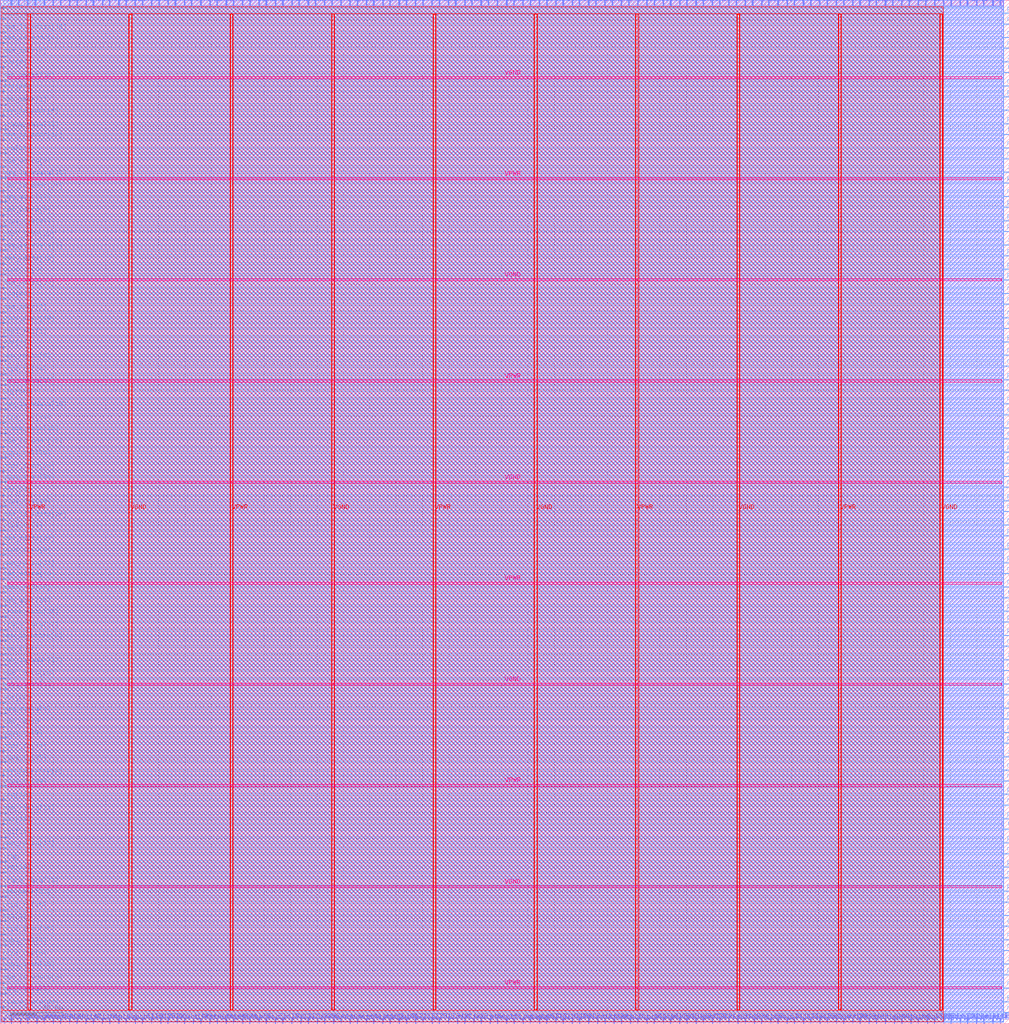
<source format=lef>
VERSION 5.7 ;
  NOWIREEXTENSIONATPIN ON ;
  DIVIDERCHAR "/" ;
  BUSBITCHARS "[]" ;
MACRO picorv32a
  CLASS BLOCK ;
  FOREIGN picorv32a ;
  ORIGIN 0.000 0.000 ;
  SIZE 764.650 BY 775.370 ;
  PIN clk
    DIRECTION INPUT ;
    USE SIGNAL ;
    PORT
      LAYER met2 ;
        RECT 663.870 771.370 664.150 775.370 ;
    END
  END clk
  PIN eoi[0]
    DIRECTION OUTPUT TRISTATE ;
    USE SIGNAL ;
    PORT
      LAYER met2 ;
        RECT 233.310 771.370 233.590 775.370 ;
    END
  END eoi[0]
  PIN eoi[10]
    DIRECTION OUTPUT TRISTATE ;
    USE SIGNAL ;
    PORT
      LAYER met3 ;
        RECT 760.650 238.720 764.650 239.320 ;
    END
  END eoi[10]
  PIN eoi[11]
    DIRECTION OUTPUT TRISTATE ;
    USE SIGNAL ;
    PORT
      LAYER met2 ;
        RECT 89.790 771.370 90.070 775.370 ;
    END
  END eoi[11]
  PIN eoi[12]
    DIRECTION OUTPUT TRISTATE ;
    USE SIGNAL ;
    PORT
      LAYER met2 ;
        RECT 220.890 771.370 221.170 775.370 ;
    END
  END eoi[12]
  PIN eoi[13]
    DIRECTION OUTPUT TRISTATE ;
    USE SIGNAL ;
    PORT
      LAYER met3 ;
        RECT 760.650 442.720 764.650 443.320 ;
    END
  END eoi[13]
  PIN eoi[14]
    DIRECTION OUTPUT TRISTATE ;
    USE SIGNAL ;
    PORT
      LAYER met3 ;
        RECT 0.000 140.800 4.000 141.400 ;
    END
  END eoi[14]
  PIN eoi[15]
    DIRECTION OUTPUT TRISTATE ;
    USE SIGNAL ;
    PORT
      LAYER met2 ;
        RECT 58.050 0.000 58.330 4.000 ;
    END
  END eoi[15]
  PIN eoi[16]
    DIRECTION OUTPUT TRISTATE ;
    USE SIGNAL ;
    PORT
      LAYER met3 ;
        RECT 760.650 73.480 764.650 74.080 ;
    END
  END eoi[16]
  PIN eoi[17]
    DIRECTION OUTPUT TRISTATE ;
    USE SIGNAL ;
    PORT
      LAYER met2 ;
        RECT 639.030 0.000 639.310 4.000 ;
    END
  END eoi[17]
  PIN eoi[18]
    DIRECTION OUTPUT TRISTATE ;
    USE SIGNAL ;
    PORT
      LAYER met3 ;
        RECT 0.000 151.000 4.000 151.600 ;
    END
  END eoi[18]
  PIN eoi[19]
    DIRECTION OUTPUT TRISTATE ;
    USE SIGNAL ;
    PORT
      LAYER met3 ;
        RECT 760.650 526.360 764.650 526.960 ;
    END
  END eoi[19]
  PIN eoi[1]
    DIRECTION OUTPUT TRISTATE ;
    USE SIGNAL ;
    PORT
      LAYER met3 ;
        RECT 0.000 77.560 4.000 78.160 ;
    END
  END eoi[1]
  PIN eoi[20]
    DIRECTION OUTPUT TRISTATE ;
    USE SIGNAL ;
    PORT
      LAYER met2 ;
        RECT 702.510 0.000 702.790 4.000 ;
    END
  END eoi[20]
  PIN eoi[21]
    DIRECTION OUTPUT TRISTATE ;
    USE SIGNAL ;
    PORT
      LAYER met2 ;
        RECT 527.250 771.370 527.530 775.370 ;
    END
  END eoi[21]
  PIN eoi[22]
    DIRECTION OUTPUT TRISTATE ;
    USE SIGNAL ;
    PORT
      LAYER met3 ;
        RECT 0.000 242.800 4.000 243.400 ;
    END
  END eoi[22]
  PIN eoi[23]
    DIRECTION OUTPUT TRISTATE ;
    USE SIGNAL ;
    PORT
      LAYER met2 ;
        RECT 727.350 0.000 727.630 4.000 ;
    END
  END eoi[23]
  PIN eoi[24]
    DIRECTION OUTPUT TRISTATE ;
    USE SIGNAL ;
    PORT
      LAYER met3 ;
        RECT 0.000 399.880 4.000 400.480 ;
    END
  END eoi[24]
  PIN eoi[25]
    DIRECTION OUTPUT TRISTATE ;
    USE SIGNAL ;
    PORT
      LAYER met2 ;
        RECT 70.470 0.000 70.750 4.000 ;
    END
  END eoi[25]
  PIN eoi[26]
    DIRECTION OUTPUT TRISTATE ;
    USE SIGNAL ;
    PORT
      LAYER met3 ;
        RECT 0.000 473.320 4.000 473.920 ;
    END
  END eoi[26]
  PIN eoi[27]
    DIRECTION OUTPUT TRISTATE ;
    USE SIGNAL ;
    PORT
      LAYER met2 ;
        RECT 332.670 771.370 332.950 775.370 ;
    END
  END eoi[27]
  PIN eoi[28]
    DIRECTION OUTPUT TRISTATE ;
    USE SIGNAL ;
    PORT
      LAYER met3 ;
        RECT 0.000 705.880 4.000 706.480 ;
    END
  END eoi[28]
  PIN eoi[29]
    DIRECTION OUTPUT TRISTATE ;
    USE SIGNAL ;
    PORT
      LAYER met2 ;
        RECT 107.730 771.370 108.010 775.370 ;
    END
  END eoi[29]
  PIN eoi[2]
    DIRECTION OUTPUT TRISTATE ;
    USE SIGNAL ;
    PORT
      LAYER met2 ;
        RECT 752.190 0.000 752.470 4.000 ;
    END
  END eoi[2]
  PIN eoi[30]
    DIRECTION OUTPUT TRISTATE ;
    USE SIGNAL ;
    PORT
      LAYER met2 ;
        RECT 176.730 0.000 177.010 4.000 ;
    END
  END eoi[30]
  PIN eoi[31]
    DIRECTION OUTPUT TRISTATE ;
    USE SIGNAL ;
    PORT
      LAYER met2 ;
        RECT 339.570 0.000 339.850 4.000 ;
    END
  END eoi[31]
  PIN eoi[3]
    DIRECTION OUTPUT TRISTATE ;
    USE SIGNAL ;
    PORT
      LAYER met2 ;
        RECT 564.510 0.000 564.790 4.000 ;
    END
  END eoi[3]
  PIN eoi[4]
    DIRECTION OUTPUT TRISTATE ;
    USE SIGNAL ;
    PORT
      LAYER met3 ;
        RECT 0.000 512.080 4.000 512.680 ;
    END
  END eoi[4]
  PIN eoi[5]
    DIRECTION OUTPUT TRISTATE ;
    USE SIGNAL ;
    PORT
      LAYER met2 ;
        RECT 438.930 771.370 439.210 775.370 ;
    END
  END eoi[5]
  PIN eoi[6]
    DIRECTION OUTPUT TRISTATE ;
    USE SIGNAL ;
    PORT
      LAYER met3 ;
        RECT 760.650 461.080 764.650 461.680 ;
    END
  END eoi[6]
  PIN eoi[7]
    DIRECTION OUTPUT TRISTATE ;
    USE SIGNAL ;
    PORT
      LAYER met2 ;
        RECT 189.150 0.000 189.430 4.000 ;
    END
  END eoi[7]
  PIN eoi[8]
    DIRECTION OUTPUT TRISTATE ;
    USE SIGNAL ;
    PORT
      LAYER met3 ;
        RECT 0.000 724.240 4.000 724.840 ;
    END
  END eoi[8]
  PIN eoi[9]
    DIRECTION OUTPUT TRISTATE ;
    USE SIGNAL ;
    PORT
      LAYER met2 ;
        RECT 213.990 771.370 214.270 775.370 ;
    END
  END eoi[9]
  PIN irq[0]
    DIRECTION INPUT ;
    USE SIGNAL ;
    PORT
      LAYER met3 ;
        RECT 760.650 414.160 764.650 414.760 ;
    END
  END irq[0]
  PIN irq[10]
    DIRECTION INPUT ;
    USE SIGNAL ;
    PORT
      LAYER met2 ;
        RECT 688.710 771.370 688.990 775.370 ;
    END
  END irq[10]
  PIN irq[11]
    DIRECTION INPUT ;
    USE SIGNAL ;
    PORT
      LAYER met3 ;
        RECT 760.650 275.440 764.650 276.040 ;
    END
  END irq[11]
  PIN irq[12]
    DIRECTION INPUT ;
    USE SIGNAL ;
    PORT
      LAYER met2 ;
        RECT 58.050 771.370 58.330 775.370 ;
    END
  END irq[12]
  PIN irq[13]
    DIRECTION INPUT ;
    USE SIGNAL ;
    PORT
      LAYER met2 ;
        RECT 383.730 771.370 384.010 775.370 ;
    END
  END irq[13]
  PIN irq[14]
    DIRECTION INPUT ;
    USE SIGNAL ;
    PORT
      LAYER met3 ;
        RECT 0.000 658.960 4.000 659.560 ;
    END
  END irq[14]
  PIN irq[15]
    DIRECTION INPUT ;
    USE SIGNAL ;
    PORT
      LAYER met3 ;
        RECT 760.650 644.680 764.650 645.280 ;
    END
  END irq[15]
  PIN irq[16]
    DIRECTION INPUT ;
    USE SIGNAL ;
    PORT
      LAYER met2 ;
        RECT 426.510 0.000 426.790 4.000 ;
    END
  END irq[16]
  PIN irq[17]
    DIRECTION INPUT ;
    USE SIGNAL ;
    PORT
      LAYER met2 ;
        RECT 670.770 0.000 671.050 4.000 ;
    END
  END irq[17]
  PIN irq[18]
    DIRECTION INPUT ;
    USE SIGNAL ;
    PORT
      LAYER met3 ;
        RECT 0.000 114.280 4.000 114.880 ;
    END
  END irq[18]
  PIN irq[19]
    DIRECTION INPUT ;
    USE SIGNAL ;
    PORT
      LAYER met3 ;
        RECT 0.000 169.360 4.000 169.960 ;
    END
  END irq[19]
  PIN irq[1]
    DIRECTION INPUT ;
    USE SIGNAL ;
    PORT
      LAYER met2 ;
        RECT 345.090 771.370 345.370 775.370 ;
    END
  END irq[1]
  PIN irq[20]
    DIRECTION INPUT ;
    USE SIGNAL ;
    PORT
      LAYER met2 ;
        RECT 608.670 771.370 608.950 775.370 ;
    END
  END irq[20]
  PIN irq[21]
    DIRECTION INPUT ;
    USE SIGNAL ;
    PORT
      LAYER met2 ;
        RECT 476.190 771.370 476.470 775.370 ;
    END
  END irq[21]
  PIN irq[22]
    DIRECTION INPUT ;
    USE SIGNAL ;
    PORT
      LAYER met2 ;
        RECT 114.630 0.000 114.910 4.000 ;
    END
  END irq[22]
  PIN irq[23]
    DIRECTION INPUT ;
    USE SIGNAL ;
    PORT
      LAYER met2 ;
        RECT 320.250 0.000 320.530 4.000 ;
    END
  END irq[23]
  PIN irq[24]
    DIRECTION INPUT ;
    USE SIGNAL ;
    PORT
      LAYER met2 ;
        RECT 151.890 771.370 152.170 775.370 ;
    END
  END irq[24]
  PIN irq[25]
    DIRECTION INPUT ;
    USE SIGNAL ;
    PORT
      LAYER met2 ;
        RECT 527.250 0.000 527.530 4.000 ;
    END
  END irq[25]
  PIN irq[26]
    DIRECTION INPUT ;
    USE SIGNAL ;
    PORT
      LAYER met3 ;
        RECT 0.000 548.800 4.000 549.400 ;
    END
  END irq[26]
  PIN irq[27]
    DIRECTION INPUT ;
    USE SIGNAL ;
    PORT
      LAYER met3 ;
        RECT 760.650 728.320 764.650 728.920 ;
    END
  END irq[27]
  PIN irq[28]
    DIRECTION INPUT ;
    USE SIGNAL ;
    PORT
      LAYER met3 ;
        RECT 760.650 691.600 764.650 692.200 ;
    END
  END irq[28]
  PIN irq[29]
    DIRECTION INPUT ;
    USE SIGNAL ;
    PORT
      LAYER met3 ;
        RECT 760.650 248.920 764.650 249.520 ;
    END
  END irq[29]
  PIN irq[2]
    DIRECTION INPUT ;
    USE SIGNAL ;
    PORT
      LAYER met3 ;
        RECT 760.650 202.000 764.650 202.600 ;
    END
  END irq[2]
  PIN irq[30]
    DIRECTION INPUT ;
    USE SIGNAL ;
    PORT
      LAYER met2 ;
        RECT 258.150 771.370 258.430 775.370 ;
    END
  END irq[30]
  PIN irq[31]
    DIRECTION INPUT ;
    USE SIGNAL ;
    PORT
      LAYER met3 ;
        RECT 760.650 589.600 764.650 590.200 ;
    END
  END irq[31]
  PIN irq[3]
    DIRECTION INPUT ;
    USE SIGNAL ;
    PORT
      LAYER met2 ;
        RECT 196.050 771.370 196.330 775.370 ;
    END
  END irq[3]
  PIN irq[4]
    DIRECTION INPUT ;
    USE SIGNAL ;
    PORT
      LAYER met3 ;
        RECT 760.650 81.640 764.650 82.240 ;
    END
  END irq[4]
  PIN irq[5]
    DIRECTION INPUT ;
    USE SIGNAL ;
    PORT
      LAYER met2 ;
        RECT 364.410 0.000 364.690 4.000 ;
    END
  END irq[5]
  PIN irq[6]
    DIRECTION INPUT ;
    USE SIGNAL ;
    PORT
      LAYER met3 ;
        RECT 760.650 44.920 764.650 45.520 ;
    END
  END irq[6]
  PIN irq[7]
    DIRECTION INPUT ;
    USE SIGNAL ;
    PORT
      LAYER met2 ;
        RECT 727.350 771.370 727.630 775.370 ;
    END
  END irq[7]
  PIN irq[8]
    DIRECTION INPUT ;
    USE SIGNAL ;
    PORT
      LAYER met2 ;
        RECT 233.310 0.000 233.590 4.000 ;
    END
  END irq[8]
  PIN irq[9]
    DIRECTION INPUT ;
    USE SIGNAL ;
    PORT
      LAYER met2 ;
        RECT 645.930 0.000 646.210 4.000 ;
    END
  END irq[9]
  PIN mem_addr[0]
    DIRECTION OUTPUT TRISTATE ;
    USE SIGNAL ;
    PORT
      LAYER met3 ;
        RECT 0.000 732.400 4.000 733.000 ;
    END
  END mem_addr[0]
  PIN mem_addr[10]
    DIRECTION OUTPUT TRISTATE ;
    USE SIGNAL ;
    PORT
      LAYER met2 ;
        RECT 139.470 771.370 139.750 775.370 ;
    END
  END mem_addr[10]
  PIN mem_addr[11]
    DIRECTION OUTPUT TRISTATE ;
    USE SIGNAL ;
    PORT
      LAYER met2 ;
        RECT 708.030 0.000 708.310 4.000 ;
    END
  END mem_addr[11]
  PIN mem_addr[12]
    DIRECTION OUTPUT TRISTATE ;
    USE SIGNAL ;
    PORT
      LAYER met3 ;
        RECT 760.650 497.800 764.650 498.400 ;
    END
  END mem_addr[12]
  PIN mem_addr[13]
    DIRECTION OUTPUT TRISTATE ;
    USE SIGNAL ;
    PORT
      LAYER met3 ;
        RECT 760.650 330.520 764.650 331.120 ;
    END
  END mem_addr[13]
  PIN mem_addr[14]
    DIRECTION OUTPUT TRISTATE ;
    USE SIGNAL ;
    PORT
      LAYER met2 ;
        RECT 40.110 0.000 40.390 4.000 ;
    END
  END mem_addr[14]
  PIN mem_addr[15]
    DIRECTION OUTPUT TRISTATE ;
    USE SIGNAL ;
    PORT
      LAYER met2 ;
        RECT 346.470 0.000 346.750 4.000 ;
    END
  END mem_addr[15]
  PIN mem_addr[16]
    DIRECTION OUTPUT TRISTATE ;
    USE SIGNAL ;
    PORT
      LAYER met2 ;
        RECT 396.150 771.370 396.430 775.370 ;
    END
  END mem_addr[16]
  PIN mem_addr[17]
    DIRECTION OUTPUT TRISTATE ;
    USE SIGNAL ;
    PORT
      LAYER met3 ;
        RECT 0.000 622.240 4.000 622.840 ;
    END
  END mem_addr[17]
  PIN mem_addr[18]
    DIRECTION OUTPUT TRISTATE ;
    USE SIGNAL ;
    PORT
      LAYER met2 ;
        RECT 676.290 771.370 676.570 775.370 ;
    END
  END mem_addr[18]
  PIN mem_addr[19]
    DIRECTION OUTPUT TRISTATE ;
    USE SIGNAL ;
    PORT
      LAYER met2 ;
        RECT 252.630 0.000 252.910 4.000 ;
    END
  END mem_addr[19]
  PIN mem_addr[1]
    DIRECTION OUTPUT TRISTATE ;
    USE SIGNAL ;
    PORT
      LAYER met3 ;
        RECT 0.000 695.680 4.000 696.280 ;
    END
  END mem_addr[1]
  PIN mem_addr[20]
    DIRECTION OUTPUT TRISTATE ;
    USE SIGNAL ;
    PORT
      LAYER met2 ;
        RECT 557.610 771.370 557.890 775.370 ;
    END
  END mem_addr[20]
  PIN mem_addr[21]
    DIRECTION OUTPUT TRISTATE ;
    USE SIGNAL ;
    PORT
      LAYER met3 ;
        RECT 760.650 165.280 764.650 165.880 ;
    END
  END mem_addr[21]
  PIN mem_addr[22]
    DIRECTION OUTPUT TRISTATE ;
    USE SIGNAL ;
    PORT
      LAYER met2 ;
        RECT 369.930 771.370 370.210 775.370 ;
    END
  END mem_addr[22]
  PIN mem_addr[23]
    DIRECTION OUTPUT TRISTATE ;
    USE SIGNAL ;
    PORT
      LAYER met3 ;
        RECT 0.000 95.920 4.000 96.520 ;
    END
  END mem_addr[23]
  PIN mem_addr[24]
    DIRECTION OUTPUT TRISTATE ;
    USE SIGNAL ;
    PORT
      LAYER met2 ;
        RECT 20.790 0.000 21.070 4.000 ;
    END
  END mem_addr[24]
  PIN mem_addr[25]
    DIRECTION OUTPUT TRISTATE ;
    USE SIGNAL ;
    PORT
      LAYER met3 ;
        RECT 760.650 406.000 764.650 406.600 ;
    END
  END mem_addr[25]
  PIN mem_addr[26]
    DIRECTION OUTPUT TRISTATE ;
    USE SIGNAL ;
    PORT
      LAYER met2 ;
        RECT 720.450 771.370 720.730 775.370 ;
    END
  END mem_addr[26]
  PIN mem_addr[27]
    DIRECTION OUTPUT TRISTATE ;
    USE SIGNAL ;
    PORT
      LAYER met2 ;
        RECT 245.730 771.370 246.010 775.370 ;
    END
  END mem_addr[27]
  PIN mem_addr[28]
    DIRECTION OUTPUT TRISTATE ;
    USE SIGNAL ;
    PORT
      LAYER met3 ;
        RECT 760.650 63.280 764.650 63.880 ;
    END
  END mem_addr[28]
  PIN mem_addr[29]
    DIRECTION OUTPUT TRISTATE ;
    USE SIGNAL ;
    PORT
      LAYER met3 ;
        RECT 760.650 340.720 764.650 341.320 ;
    END
  END mem_addr[29]
  PIN mem_addr[2]
    DIRECTION OUTPUT TRISTATE ;
    USE SIGNAL ;
    PORT
      LAYER met2 ;
        RECT 314.730 771.370 315.010 775.370 ;
    END
  END mem_addr[2]
  PIN mem_addr[30]
    DIRECTION OUTPUT TRISTATE ;
    USE SIGNAL ;
    PORT
      LAYER met3 ;
        RECT 0.000 316.240 4.000 316.840 ;
    END
  END mem_addr[30]
  PIN mem_addr[31]
    DIRECTION OUTPUT TRISTATE ;
    USE SIGNAL ;
    PORT
      LAYER met2 ;
        RECT 571.410 0.000 571.690 4.000 ;
    END
  END mem_addr[31]
  PIN mem_addr[3]
    DIRECTION OUTPUT TRISTATE ;
    USE SIGNAL ;
    PORT
      LAYER met2 ;
        RECT 458.250 771.370 458.530 775.370 ;
    END
  END mem_addr[3]
  PIN mem_addr[4]
    DIRECTION OUTPUT TRISTATE ;
    USE SIGNAL ;
    PORT
      LAYER met2 ;
        RECT 245.730 0.000 246.010 4.000 ;
    END
  END mem_addr[4]
  PIN mem_addr[5]
    DIRECTION OUTPUT TRISTATE ;
    USE SIGNAL ;
    PORT
      LAYER met2 ;
        RECT 183.630 0.000 183.910 4.000 ;
    END
  END mem_addr[5]
  PIN mem_addr[6]
    DIRECTION OUTPUT TRISTATE ;
    USE SIGNAL ;
    PORT
      LAYER met2 ;
        RECT 745.290 771.370 745.570 775.370 ;
    END
  END mem_addr[6]
  PIN mem_addr[7]
    DIRECTION OUTPUT TRISTATE ;
    USE SIGNAL ;
    PORT
      LAYER met2 ;
        RECT 532.770 771.370 533.050 775.370 ;
    END
  END mem_addr[7]
  PIN mem_addr[8]
    DIRECTION OUTPUT TRISTATE ;
    USE SIGNAL ;
    PORT
      LAYER met2 ;
        RECT 483.090 0.000 483.370 4.000 ;
    END
  END mem_addr[8]
  PIN mem_addr[9]
    DIRECTION OUTPUT TRISTATE ;
    USE SIGNAL ;
    PORT
      LAYER met3 ;
        RECT 0.000 538.600 4.000 539.200 ;
    END
  END mem_addr[9]
  PIN mem_instr
    DIRECTION OUTPUT TRISTATE ;
    USE SIGNAL ;
    PORT
      LAYER met3 ;
        RECT 0.000 279.520 4.000 280.120 ;
    END
  END mem_instr
  PIN mem_la_addr[0]
    DIRECTION OUTPUT TRISTATE ;
    USE SIGNAL ;
    PORT
      LAYER met3 ;
        RECT 760.650 626.320 764.650 626.920 ;
    END
  END mem_la_addr[0]
  PIN mem_la_addr[10]
    DIRECTION OUTPUT TRISTATE ;
    USE SIGNAL ;
    PORT
      LAYER met2 ;
        RECT 302.310 771.370 302.590 775.370 ;
    END
  END mem_la_addr[10]
  PIN mem_la_addr[11]
    DIRECTION OUTPUT TRISTATE ;
    USE SIGNAL ;
    PORT
      LAYER met3 ;
        RECT 760.650 387.640 764.650 388.240 ;
    END
  END mem_la_addr[11]
  PIN mem_la_addr[12]
    DIRECTION OUTPUT TRISTATE ;
    USE SIGNAL ;
    PORT
      LAYER met2 ;
        RECT 420.990 0.000 421.270 4.000 ;
    END
  END mem_la_addr[12]
  PIN mem_la_addr[13]
    DIRECTION OUTPUT TRISTATE ;
    USE SIGNAL ;
    PORT
      LAYER met2 ;
        RECT 552.090 771.370 552.370 775.370 ;
    END
  END mem_la_addr[13]
  PIN mem_la_addr[14]
    DIRECTION OUTPUT TRISTATE ;
    USE SIGNAL ;
    PORT
      LAYER met2 ;
        RECT 745.290 0.000 745.570 4.000 ;
    END
  END mem_la_addr[14]
  PIN mem_la_addr[15]
    DIRECTION OUTPUT TRISTATE ;
    USE SIGNAL ;
    PORT
      LAYER met2 ;
        RECT 376.830 0.000 377.110 4.000 ;
    END
  END mem_la_addr[15]
  PIN mem_la_addr[16]
    DIRECTION OUTPUT TRISTATE ;
    USE SIGNAL ;
    PORT
      LAYER met3 ;
        RECT 0.000 669.160 4.000 669.760 ;
    END
  END mem_la_addr[16]
  PIN mem_la_addr[17]
    DIRECTION OUTPUT TRISTATE ;
    USE SIGNAL ;
    PORT
      LAYER met3 ;
        RECT 0.000 436.600 4.000 437.200 ;
    END
  END mem_la_addr[17]
  PIN mem_la_addr[18]
    DIRECTION OUTPUT TRISTATE ;
    USE SIGNAL ;
    PORT
      LAYER met2 ;
        RECT 589.350 0.000 589.630 4.000 ;
    END
  END mem_la_addr[18]
  PIN mem_la_addr[19]
    DIRECTION OUTPUT TRISTATE ;
    USE SIGNAL ;
    PORT
      LAYER met2 ;
        RECT 364.410 771.370 364.690 775.370 ;
    END
  END mem_la_addr[19]
  PIN mem_la_addr[1]
    DIRECTION OUTPUT TRISTATE ;
    USE SIGNAL ;
    PORT
      LAYER met3 ;
        RECT 0.000 742.600 4.000 743.200 ;
    END
  END mem_la_addr[1]
  PIN mem_la_addr[20]
    DIRECTION OUTPUT TRISTATE ;
    USE SIGNAL ;
    PORT
      LAYER met2 ;
        RECT 695.610 0.000 695.890 4.000 ;
    END
  END mem_la_addr[20]
  PIN mem_la_addr[21]
    DIRECTION OUTPUT TRISTATE ;
    USE SIGNAL ;
    PORT
      LAYER met3 ;
        RECT 0.000 630.400 4.000 631.000 ;
    END
  END mem_la_addr[21]
  PIN mem_la_addr[22]
    DIRECTION OUTPUT TRISTATE ;
    USE SIGNAL ;
    PORT
      LAYER met2 ;
        RECT 82.890 771.370 83.170 775.370 ;
    END
  END mem_la_addr[22]
  PIN mem_la_addr[23]
    DIRECTION OUTPUT TRISTATE ;
    USE SIGNAL ;
    PORT
      LAYER met3 ;
        RECT 760.650 191.800 764.650 192.400 ;
    END
  END mem_la_addr[23]
  PIN mem_la_addr[24]
    DIRECTION OUTPUT TRISTATE ;
    USE SIGNAL ;
    PORT
      LAYER met2 ;
        RECT 739.770 771.370 740.050 775.370 ;
    END
  END mem_la_addr[24]
  PIN mem_la_addr[25]
    DIRECTION OUTPUT TRISTATE ;
    USE SIGNAL ;
    PORT
      LAYER met2 ;
        RECT 576.930 0.000 577.210 4.000 ;
    END
  END mem_la_addr[25]
  PIN mem_la_addr[26]
    DIRECTION OUTPUT TRISTATE ;
    USE SIGNAL ;
    PORT
      LAYER met2 ;
        RECT 95.310 0.000 95.590 4.000 ;
    END
  END mem_la_addr[26]
  PIN mem_la_addr[27]
    DIRECTION OUTPUT TRISTATE ;
    USE SIGNAL ;
    PORT
      LAYER met3 ;
        RECT 0.000 271.360 4.000 271.960 ;
    END
  END mem_la_addr[27]
  PIN mem_la_addr[28]
    DIRECTION OUTPUT TRISTATE ;
    USE SIGNAL ;
    PORT
      LAYER met2 ;
        RECT 295.410 771.370 295.690 775.370 ;
    END
  END mem_la_addr[28]
  PIN mem_la_addr[29]
    DIRECTION OUTPUT TRISTATE ;
    USE SIGNAL ;
    PORT
      LAYER met3 ;
        RECT 760.650 709.960 764.650 710.560 ;
    END
  END mem_la_addr[29]
  PIN mem_la_addr[2]
    DIRECTION OUTPUT TRISTATE ;
    USE SIGNAL ;
    PORT
      LAYER met2 ;
        RECT 596.250 771.370 596.530 775.370 ;
    END
  END mem_la_addr[2]
  PIN mem_la_addr[30]
    DIRECTION OUTPUT TRISTATE ;
    USE SIGNAL ;
    PORT
      LAYER met2 ;
        RECT 164.310 771.370 164.590 775.370 ;
    END
  END mem_la_addr[30]
  PIN mem_la_addr[31]
    DIRECTION OUTPUT TRISTATE ;
    USE SIGNAL ;
    PORT
      LAYER met2 ;
        RECT 514.830 0.000 515.110 4.000 ;
    END
  END mem_la_addr[31]
  PIN mem_la_addr[3]
    DIRECTION OUTPUT TRISTATE ;
    USE SIGNAL ;
    PORT
      LAYER met2 ;
        RECT 507.930 0.000 508.210 4.000 ;
    END
  END mem_la_addr[3]
  PIN mem_la_addr[4]
    DIRECTION OUTPUT TRISTATE ;
    USE SIGNAL ;
    PORT
      LAYER met3 ;
        RECT 0.000 687.520 4.000 688.120 ;
    END
  END mem_la_addr[4]
  PIN mem_la_addr[5]
    DIRECTION OUTPUT TRISTATE ;
    USE SIGNAL ;
    PORT
      LAYER met3 ;
        RECT 760.650 377.440 764.650 378.040 ;
    END
  END mem_la_addr[5]
  PIN mem_la_addr[6]
    DIRECTION OUTPUT TRISTATE ;
    USE SIGNAL ;
    PORT
      LAYER met2 ;
        RECT 714.930 0.000 715.210 4.000 ;
    END
  END mem_la_addr[6]
  PIN mem_la_addr[7]
    DIRECTION OUTPUT TRISTATE ;
    USE SIGNAL ;
    PORT
      LAYER met3 ;
        RECT 760.650 110.200 764.650 110.800 ;
    END
  END mem_la_addr[7]
  PIN mem_la_addr[8]
    DIRECTION OUTPUT TRISTATE ;
    USE SIGNAL ;
    PORT
      LAYER met3 ;
        RECT 760.650 128.560 764.650 129.160 ;
    END
  END mem_la_addr[8]
  PIN mem_la_addr[9]
    DIRECTION OUTPUT TRISTATE ;
    USE SIGNAL ;
    PORT
      LAYER met2 ;
        RECT 376.830 771.370 377.110 775.370 ;
    END
  END mem_la_addr[9]
  PIN mem_la_read
    DIRECTION OUTPUT TRISTATE ;
    USE SIGNAL ;
    PORT
      LAYER met2 ;
        RECT 621.090 771.370 621.370 775.370 ;
    END
  END mem_la_read
  PIN mem_la_wdata[0]
    DIRECTION OUTPUT TRISTATE ;
    USE SIGNAL ;
    PORT
      LAYER met2 ;
        RECT 470.670 0.000 470.950 4.000 ;
    END
  END mem_la_wdata[0]
  PIN mem_la_wdata[10]
    DIRECTION OUTPUT TRISTATE ;
    USE SIGNAL ;
    PORT
      LAYER met2 ;
        RECT 552.090 0.000 552.370 4.000 ;
    END
  END mem_la_wdata[10]
  PIN mem_la_wdata[11]
    DIRECTION OUTPUT TRISTATE ;
    USE SIGNAL ;
    PORT
      LAYER met2 ;
        RECT 495.510 771.370 495.790 775.370 ;
    END
  END mem_la_wdata[11]
  PIN mem_la_wdata[12]
    DIRECTION OUTPUT TRISTATE ;
    USE SIGNAL ;
    PORT
      LAYER met2 ;
        RECT 408.570 0.000 408.850 4.000 ;
    END
  END mem_la_wdata[12]
  PIN mem_la_wdata[13]
    DIRECTION OUTPUT TRISTATE ;
    USE SIGNAL ;
    PORT
      LAYER met2 ;
        RECT 383.730 0.000 384.010 4.000 ;
    END
  END mem_la_wdata[13]
  PIN mem_la_wdata[14]
    DIRECTION OUTPUT TRISTATE ;
    USE SIGNAL ;
    PORT
      LAYER met2 ;
        RECT 13.890 771.370 14.170 775.370 ;
    END
  END mem_la_wdata[14]
  PIN mem_la_wdata[15]
    DIRECTION OUTPUT TRISTATE ;
    USE SIGNAL ;
    PORT
      LAYER met3 ;
        RECT 0.000 465.160 4.000 465.760 ;
    END
  END mem_la_wdata[15]
  PIN mem_la_wdata[16]
    DIRECTION OUTPUT TRISTATE ;
    USE SIGNAL ;
    PORT
      LAYER met3 ;
        RECT 0.000 750.760 4.000 751.360 ;
    END
  END mem_la_wdata[16]
  PIN mem_la_wdata[17]
    DIRECTION OUTPUT TRISTATE ;
    USE SIGNAL ;
    PORT
      LAYER met3 ;
        RECT 760.650 424.360 764.650 424.960 ;
    END
  END mem_la_wdata[17]
  PIN mem_la_wdata[18]
    DIRECTION OUTPUT TRISTATE ;
    USE SIGNAL ;
    PORT
      LAYER met3 ;
        RECT 0.000 640.600 4.000 641.200 ;
    END
  END mem_la_wdata[18]
  PIN mem_la_wdata[19]
    DIRECTION OUTPUT TRISTATE ;
    USE SIGNAL ;
    PORT
      LAYER met3 ;
        RECT 760.650 469.240 764.650 469.840 ;
    END
  END mem_la_wdata[19]
  PIN mem_la_wdata[1]
    DIRECTION OUTPUT TRISTATE ;
    USE SIGNAL ;
    PORT
      LAYER met2 ;
        RECT 408.570 771.370 408.850 775.370 ;
    END
  END mem_la_wdata[1]
  PIN mem_la_wdata[20]
    DIRECTION OUTPUT TRISTATE ;
    USE SIGNAL ;
    PORT
      LAYER met2 ;
        RECT 258.150 0.000 258.430 4.000 ;
    END
  END mem_la_wdata[20]
  PIN mem_la_wdata[21]
    DIRECTION OUTPUT TRISTATE ;
    USE SIGNAL ;
    PORT
      LAYER met3 ;
        RECT 760.650 450.880 764.650 451.480 ;
    END
  END mem_la_wdata[21]
  PIN mem_la_wdata[22]
    DIRECTION OUTPUT TRISTATE ;
    USE SIGNAL ;
    PORT
      LAYER met3 ;
        RECT 760.650 544.720 764.650 545.320 ;
    END
  END mem_la_wdata[22]
  PIN mem_la_wdata[23]
    DIRECTION OUTPUT TRISTATE ;
    USE SIGNAL ;
    PORT
      LAYER met2 ;
        RECT 651.450 771.370 651.730 775.370 ;
    END
  END mem_la_wdata[23]
  PIN mem_la_wdata[24]
    DIRECTION OUTPUT TRISTATE ;
    USE SIGNAL ;
    PORT
      LAYER met3 ;
        RECT 0.000 381.520 4.000 382.120 ;
    END
  END mem_la_wdata[24]
  PIN mem_la_wdata[25]
    DIRECTION OUTPUT TRISTATE ;
    USE SIGNAL ;
    PORT
      LAYER met2 ;
        RECT 720.450 0.000 720.730 4.000 ;
    END
  END mem_la_wdata[25]
  PIN mem_la_wdata[26]
    DIRECTION OUTPUT TRISTATE ;
    USE SIGNAL ;
    PORT
      LAYER met3 ;
        RECT 760.650 8.200 764.650 8.800 ;
    END
  END mem_la_wdata[26]
  PIN mem_la_wdata[27]
    DIRECTION OUTPUT TRISTATE ;
    USE SIGNAL ;
    PORT
      LAYER met2 ;
        RECT 158.790 0.000 159.070 4.000 ;
    END
  END mem_la_wdata[27]
  PIN mem_la_wdata[28]
    DIRECTION OUTPUT TRISTATE ;
    USE SIGNAL ;
    PORT
      LAYER met2 ;
        RECT 238.830 771.370 239.110 775.370 ;
    END
  END mem_la_wdata[28]
  PIN mem_la_wdata[29]
    DIRECTION OUTPUT TRISTATE ;
    USE SIGNAL ;
    PORT
      LAYER met3 ;
        RECT 760.650 257.080 764.650 257.680 ;
    END
  END mem_la_wdata[29]
  PIN mem_la_wdata[2]
    DIRECTION OUTPUT TRISTATE ;
    USE SIGNAL ;
    PORT
      LAYER met2 ;
        RECT 277.470 0.000 277.750 4.000 ;
    END
  END mem_la_wdata[2]
  PIN mem_la_wdata[30]
    DIRECTION OUTPUT TRISTATE ;
    USE SIGNAL ;
    PORT
      LAYER met3 ;
        RECT 760.650 55.120 764.650 55.720 ;
    END
  END mem_la_wdata[30]
  PIN mem_la_wdata[31]
    DIRECTION OUTPUT TRISTATE ;
    USE SIGNAL ;
    PORT
      LAYER met2 ;
        RECT 289.890 771.370 290.170 775.370 ;
    END
  END mem_la_wdata[31]
  PIN mem_la_wdata[3]
    DIRECTION OUTPUT TRISTATE ;
    USE SIGNAL ;
    PORT
      LAYER met3 ;
        RECT 0.000 585.520 4.000 586.120 ;
    END
  END mem_la_wdata[3]
  PIN mem_la_wdata[4]
    DIRECTION OUTPUT TRISTATE ;
    USE SIGNAL ;
    PORT
      LAYER met2 ;
        RECT 420.990 771.370 421.270 775.370 ;
    END
  END mem_la_wdata[4]
  PIN mem_la_wdata[5]
    DIRECTION OUTPUT TRISTATE ;
    USE SIGNAL ;
    PORT
      LAYER met3 ;
        RECT 760.650 479.440 764.650 480.040 ;
    END
  END mem_la_wdata[5]
  PIN mem_la_wdata[6]
    DIRECTION OUTPUT TRISTATE ;
    USE SIGNAL ;
    PORT
      LAYER met3 ;
        RECT 0.000 30.640 4.000 31.240 ;
    END
  END mem_la_wdata[6]
  PIN mem_la_wdata[7]
    DIRECTION OUTPUT TRISTATE ;
    USE SIGNAL ;
    PORT
      LAYER met2 ;
        RECT 670.770 771.370 671.050 775.370 ;
    END
  END mem_la_wdata[7]
  PIN mem_la_wdata[8]
    DIRECTION OUTPUT TRISTATE ;
    USE SIGNAL ;
    PORT
      LAYER met2 ;
        RECT 351.990 771.370 352.270 775.370 ;
    END
  END mem_la_wdata[8]
  PIN mem_la_wdata[9]
    DIRECTION OUTPUT TRISTATE ;
    USE SIGNAL ;
    PORT
      LAYER met2 ;
        RECT 658.350 0.000 658.630 4.000 ;
    END
  END mem_la_wdata[9]
  PIN mem_la_write
    DIRECTION OUTPUT TRISTATE ;
    USE SIGNAL ;
    PORT
      LAYER met2 ;
        RECT 8.370 0.000 8.650 4.000 ;
    END
  END mem_la_write
  PIN mem_la_wstrb[0]
    DIRECTION OUTPUT TRISTATE ;
    USE SIGNAL ;
    PORT
      LAYER met3 ;
        RECT 0.000 289.720 4.000 290.320 ;
    END
  END mem_la_wstrb[0]
  PIN mem_la_wstrb[1]
    DIRECTION OUTPUT TRISTATE ;
    USE SIGNAL ;
    PORT
      LAYER met2 ;
        RECT 539.670 771.370 539.950 775.370 ;
    END
  END mem_la_wstrb[1]
  PIN mem_la_wstrb[2]
    DIRECTION OUTPUT TRISTATE ;
    USE SIGNAL ;
    PORT
      LAYER met3 ;
        RECT 0.000 187.720 4.000 188.320 ;
    END
  END mem_la_wstrb[2]
  PIN mem_la_wstrb[3]
    DIRECTION OUTPUT TRISTATE ;
    USE SIGNAL ;
    PORT
      LAYER met2 ;
        RECT 270.570 0.000 270.850 4.000 ;
    END
  END mem_la_wstrb[3]
  PIN mem_rdata[0]
    DIRECTION INPUT ;
    USE SIGNAL ;
    PORT
      LAYER met2 ;
        RECT 33.210 0.000 33.490 4.000 ;
    END
  END mem_rdata[0]
  PIN mem_rdata[10]
    DIRECTION INPUT ;
    USE SIGNAL ;
    PORT
      LAYER met3 ;
        RECT 0.000 483.520 4.000 484.120 ;
    END
  END mem_rdata[10]
  PIN mem_rdata[11]
    DIRECTION INPUT ;
    USE SIGNAL ;
    PORT
      LAYER met2 ;
        RECT 465.150 0.000 465.430 4.000 ;
    END
  END mem_rdata[11]
  PIN mem_rdata[12]
    DIRECTION INPUT ;
    USE SIGNAL ;
    PORT
      LAYER met3 ;
        RECT 760.650 756.880 764.650 757.480 ;
    END
  END mem_rdata[12]
  PIN mem_rdata[13]
    DIRECTION INPUT ;
    USE SIGNAL ;
    PORT
      LAYER met2 ;
        RECT 332.670 0.000 332.950 4.000 ;
    END
  END mem_rdata[13]
  PIN mem_rdata[14]
    DIRECTION INPUT ;
    USE SIGNAL ;
    PORT
      LAYER met3 ;
        RECT 0.000 132.640 4.000 133.240 ;
    END
  END mem_rdata[14]
  PIN mem_rdata[15]
    DIRECTION INPUT ;
    USE SIGNAL ;
    PORT
      LAYER met3 ;
        RECT 760.650 746.680 764.650 747.280 ;
    END
  END mem_rdata[15]
  PIN mem_rdata[16]
    DIRECTION INPUT ;
    USE SIGNAL ;
    PORT
      LAYER met2 ;
        RECT 226.410 771.370 226.690 775.370 ;
    END
  END mem_rdata[16]
  PIN mem_rdata[17]
    DIRECTION INPUT ;
    USE SIGNAL ;
    PORT
      LAYER met2 ;
        RECT 77.370 771.370 77.650 775.370 ;
    END
  END mem_rdata[17]
  PIN mem_rdata[18]
    DIRECTION INPUT ;
    USE SIGNAL ;
    PORT
      LAYER met2 ;
        RECT 139.470 0.000 139.750 4.000 ;
    END
  END mem_rdata[18]
  PIN mem_rdata[19]
    DIRECTION INPUT ;
    USE SIGNAL ;
    PORT
      LAYER met3 ;
        RECT 760.650 654.880 764.650 655.480 ;
    END
  END mem_rdata[19]
  PIN mem_rdata[1]
    DIRECTION INPUT ;
    USE SIGNAL ;
    PORT
      LAYER met2 ;
        RECT 651.450 0.000 651.730 4.000 ;
    END
  END mem_rdata[1]
  PIN mem_rdata[20]
    DIRECTION INPUT ;
    USE SIGNAL ;
    PORT
      LAYER met3 ;
        RECT 760.650 26.560 764.650 27.160 ;
    END
  END mem_rdata[20]
  PIN mem_rdata[21]
    DIRECTION INPUT ;
    USE SIGNAL ;
    PORT
      LAYER met3 ;
        RECT 0.000 344.800 4.000 345.400 ;
    END
  END mem_rdata[21]
  PIN mem_rdata[22]
    DIRECTION INPUT ;
    USE SIGNAL ;
    PORT
      LAYER met2 ;
        RECT 520.350 771.370 520.630 775.370 ;
    END
  END mem_rdata[22]
  PIN mem_rdata[23]
    DIRECTION INPUT ;
    USE SIGNAL ;
    PORT
      LAYER met3 ;
        RECT 0.000 363.160 4.000 363.760 ;
    END
  END mem_rdata[23]
  PIN mem_rdata[24]
    DIRECTION INPUT ;
    USE SIGNAL ;
    PORT
      LAYER met3 ;
        RECT 0.000 159.160 4.000 159.760 ;
    END
  END mem_rdata[24]
  PIN mem_rdata[25]
    DIRECTION INPUT ;
    USE SIGNAL ;
    PORT
      LAYER met2 ;
        RECT 502.410 771.370 502.690 775.370 ;
    END
  END mem_rdata[25]
  PIN mem_rdata[26]
    DIRECTION INPUT ;
    USE SIGNAL ;
    PORT
      LAYER met2 ;
        RECT 120.150 771.370 120.430 775.370 ;
    END
  END mem_rdata[26]
  PIN mem_rdata[27]
    DIRECTION INPUT ;
    USE SIGNAL ;
    PORT
      LAYER met2 ;
        RECT 502.410 0.000 502.690 4.000 ;
    END
  END mem_rdata[27]
  PIN mem_rdata[28]
    DIRECTION INPUT ;
    USE SIGNAL ;
    PORT
      LAYER met3 ;
        RECT 0.000 261.160 4.000 261.760 ;
    END
  END mem_rdata[28]
  PIN mem_rdata[29]
    DIRECTION INPUT ;
    USE SIGNAL ;
    PORT
      LAYER met3 ;
        RECT 760.650 267.280 764.650 267.880 ;
    END
  END mem_rdata[29]
  PIN mem_rdata[2]
    DIRECTION INPUT ;
    USE SIGNAL ;
    PORT
      LAYER met2 ;
        RECT 452.730 0.000 453.010 4.000 ;
    END
  END mem_rdata[2]
  PIN mem_rdata[30]
    DIRECTION INPUT ;
    USE SIGNAL ;
    PORT
      LAYER met2 ;
        RECT 708.030 771.370 708.310 775.370 ;
    END
  END mem_rdata[30]
  PIN mem_rdata[31]
    DIRECTION INPUT ;
    USE SIGNAL ;
    PORT
      LAYER met2 ;
        RECT 532.770 0.000 533.050 4.000 ;
    END
  END mem_rdata[31]
  PIN mem_rdata[3]
    DIRECTION INPUT ;
    USE SIGNAL ;
    PORT
      LAYER met3 ;
        RECT 0.000 22.480 4.000 23.080 ;
    END
  END mem_rdata[3]
  PIN mem_rdata[4]
    DIRECTION INPUT ;
    USE SIGNAL ;
    PORT
      LAYER met2 ;
        RECT 589.350 771.370 589.630 775.370 ;
    END
  END mem_rdata[4]
  PIN mem_rdata[5]
    DIRECTION INPUT ;
    USE SIGNAL ;
    PORT
      LAYER met3 ;
        RECT 760.650 738.520 764.650 739.120 ;
    END
  END mem_rdata[5]
  PIN mem_rdata[6]
    DIRECTION INPUT ;
    USE SIGNAL ;
    PORT
      LAYER met2 ;
        RECT 2.850 0.000 3.130 4.000 ;
    END
  END mem_rdata[6]
  PIN mem_rdata[7]
    DIRECTION INPUT ;
    USE SIGNAL ;
    PORT
      LAYER met2 ;
        RECT 114.630 771.370 114.910 775.370 ;
    END
  END mem_rdata[7]
  PIN mem_rdata[8]
    DIRECTION INPUT ;
    USE SIGNAL ;
    PORT
      LAYER met2 ;
        RECT 564.510 771.370 564.790 775.370 ;
    END
  END mem_rdata[8]
  PIN mem_rdata[9]
    DIRECTION INPUT ;
    USE SIGNAL ;
    PORT
      LAYER met3 ;
        RECT 0.000 501.880 4.000 502.480 ;
    END
  END mem_rdata[9]
  PIN mem_ready
    DIRECTION INPUT ;
    USE SIGNAL ;
    PORT
      LAYER met2 ;
        RECT 695.610 771.370 695.890 775.370 ;
    END
  END mem_ready
  PIN mem_valid
    DIRECTION OUTPUT TRISTATE ;
    USE SIGNAL ;
    PORT
      LAYER met3 ;
        RECT 0.000 224.440 4.000 225.040 ;
    END
  END mem_valid
  PIN mem_wdata[0]
    DIRECTION OUTPUT TRISTATE ;
    USE SIGNAL ;
    PORT
      LAYER met3 ;
        RECT 0.000 234.640 4.000 235.240 ;
    END
  END mem_wdata[0]
  PIN mem_wdata[10]
    DIRECTION OUTPUT TRISTATE ;
    USE SIGNAL ;
    PORT
      LAYER met2 ;
        RECT 8.370 771.370 8.650 775.370 ;
    END
  END mem_wdata[10]
  PIN mem_wdata[11]
    DIRECTION OUTPUT TRISTATE ;
    USE SIGNAL ;
    PORT
      LAYER met2 ;
        RECT 658.350 771.370 658.630 775.370 ;
    END
  END mem_wdata[11]
  PIN mem_wdata[12]
    DIRECTION OUTPUT TRISTATE ;
    USE SIGNAL ;
    PORT
      LAYER met3 ;
        RECT 0.000 575.320 4.000 575.920 ;
    END
  END mem_wdata[12]
  PIN mem_wdata[13]
    DIRECTION OUTPUT TRISTATE ;
    USE SIGNAL ;
    PORT
      LAYER met2 ;
        RECT 265.050 0.000 265.330 4.000 ;
    END
  END mem_wdata[13]
  PIN mem_wdata[14]
    DIRECTION OUTPUT TRISTATE ;
    USE SIGNAL ;
    PORT
      LAYER met2 ;
        RECT 483.090 771.370 483.370 775.370 ;
    END
  END mem_wdata[14]
  PIN mem_wdata[15]
    DIRECTION OUTPUT TRISTATE ;
    USE SIGNAL ;
    PORT
      LAYER met3 ;
        RECT 760.650 183.640 764.650 184.240 ;
    END
  END mem_wdata[15]
  PIN mem_wdata[16]
    DIRECTION OUTPUT TRISTATE ;
    USE SIGNAL ;
    PORT
      LAYER met3 ;
        RECT 0.000 336.640 4.000 337.240 ;
    END
  END mem_wdata[16]
  PIN mem_wdata[17]
    DIRECTION OUTPUT TRISTATE ;
    USE SIGNAL ;
    PORT
      LAYER met2 ;
        RECT 183.630 771.370 183.910 775.370 ;
    END
  END mem_wdata[17]
  PIN mem_wdata[18]
    DIRECTION OUTPUT TRISTATE ;
    USE SIGNAL ;
    PORT
      LAYER met2 ;
        RECT 401.670 0.000 401.950 4.000 ;
    END
  END mem_wdata[18]
  PIN mem_wdata[19]
    DIRECTION OUTPUT TRISTATE ;
    USE SIGNAL ;
    PORT
      LAYER met2 ;
        RECT 626.610 0.000 626.890 4.000 ;
    END
  END mem_wdata[19]
  PIN mem_wdata[1]
    DIRECTION OUTPUT TRISTATE ;
    USE SIGNAL ;
    PORT
      LAYER met2 ;
        RECT 171.210 771.370 171.490 775.370 ;
    END
  END mem_wdata[1]
  PIN mem_wdata[20]
    DIRECTION OUTPUT TRISTATE ;
    USE SIGNAL ;
    PORT
      LAYER met3 ;
        RECT 760.650 663.040 764.650 663.640 ;
    END
  END mem_wdata[20]
  PIN mem_wdata[21]
    DIRECTION OUTPUT TRISTATE ;
    USE SIGNAL ;
    PORT
      LAYER met2 ;
        RECT 438.930 0.000 439.210 4.000 ;
    END
  END mem_wdata[21]
  PIN mem_wdata[22]
    DIRECTION OUTPUT TRISTATE ;
    USE SIGNAL ;
    PORT
      LAYER met2 ;
        RECT 357.510 771.370 357.790 775.370 ;
    END
  END mem_wdata[22]
  PIN mem_wdata[23]
    DIRECTION OUTPUT TRISTATE ;
    USE SIGNAL ;
    PORT
      LAYER met2 ;
        RECT 282.990 771.370 283.270 775.370 ;
    END
  END mem_wdata[23]
  PIN mem_wdata[24]
    DIRECTION OUTPUT TRISTATE ;
    USE SIGNAL ;
    PORT
      LAYER met2 ;
        RECT 463.770 771.370 464.050 775.370 ;
    END
  END mem_wdata[24]
  PIN mem_wdata[25]
    DIRECTION OUTPUT TRISTATE ;
    USE SIGNAL ;
    PORT
      LAYER met2 ;
        RECT 277.470 771.370 277.750 775.370 ;
    END
  END mem_wdata[25]
  PIN mem_wdata[26]
    DIRECTION OUTPUT TRISTATE ;
    USE SIGNAL ;
    PORT
      LAYER met2 ;
        RECT 158.790 771.370 159.070 775.370 ;
    END
  END mem_wdata[26]
  PIN mem_wdata[27]
    DIRECTION OUTPUT TRISTATE ;
    USE SIGNAL ;
    PORT
      LAYER met2 ;
        RECT 732.870 0.000 733.150 4.000 ;
    END
  END mem_wdata[27]
  PIN mem_wdata[28]
    DIRECTION OUTPUT TRISTATE ;
    USE SIGNAL ;
    PORT
      LAYER met3 ;
        RECT 760.650 505.960 764.650 506.560 ;
    END
  END mem_wdata[28]
  PIN mem_wdata[29]
    DIRECTION OUTPUT TRISTATE ;
    USE SIGNAL ;
    PORT
      LAYER met3 ;
        RECT 0.000 556.960 4.000 557.560 ;
    END
  END mem_wdata[29]
  PIN mem_wdata[2]
    DIRECTION OUTPUT TRISTATE ;
    USE SIGNAL ;
    PORT
      LAYER met3 ;
        RECT 760.650 534.520 764.650 535.120 ;
    END
  END mem_wdata[2]
  PIN mem_wdata[30]
    DIRECTION OUTPUT TRISTATE ;
    USE SIGNAL ;
    PORT
      LAYER met3 ;
        RECT 0.000 714.040 4.000 714.640 ;
    END
  END mem_wdata[30]
  PIN mem_wdata[31]
    DIRECTION OUTPUT TRISTATE ;
    USE SIGNAL ;
    PORT
      LAYER met2 ;
        RECT 570.030 771.370 570.310 775.370 ;
    END
  END mem_wdata[31]
  PIN mem_wdata[3]
    DIRECTION OUTPUT TRISTATE ;
    USE SIGNAL ;
    PORT
      LAYER met3 ;
        RECT 0.000 648.760 4.000 649.360 ;
    END
  END mem_wdata[3]
  PIN mem_wdata[4]
    DIRECTION OUTPUT TRISTATE ;
    USE SIGNAL ;
    PORT
      LAYER met3 ;
        RECT 760.650 285.640 764.650 286.240 ;
    END
  END mem_wdata[4]
  PIN mem_wdata[5]
    DIRECTION OUTPUT TRISTATE ;
    USE SIGNAL ;
    PORT
      LAYER met3 ;
        RECT 0.000 612.040 4.000 612.640 ;
    END
  END mem_wdata[5]
  PIN mem_wdata[6]
    DIRECTION OUTPUT TRISTATE ;
    USE SIGNAL ;
    PORT
      LAYER met2 ;
        RECT 663.870 0.000 664.150 4.000 ;
    END
  END mem_wdata[6]
  PIN mem_wdata[7]
    DIRECTION OUTPUT TRISTATE ;
    USE SIGNAL ;
    PORT
      LAYER met3 ;
        RECT 760.650 552.880 764.650 553.480 ;
    END
  END mem_wdata[7]
  PIN mem_wdata[8]
    DIRECTION OUTPUT TRISTATE ;
    USE SIGNAL ;
    PORT
      LAYER met2 ;
        RECT 171.210 0.000 171.490 4.000 ;
    END
  END mem_wdata[8]
  PIN mem_wdata[9]
    DIRECTION OUTPUT TRISTATE ;
    USE SIGNAL ;
    PORT
      LAYER met2 ;
        RECT 358.890 0.000 359.170 4.000 ;
    END
  END mem_wdata[9]
  PIN mem_wstrb[0]
    DIRECTION OUTPUT TRISTATE ;
    USE SIGNAL ;
    PORT
      LAYER met2 ;
        RECT 739.770 0.000 740.050 4.000 ;
    END
  END mem_wstrb[0]
  PIN mem_wstrb[1]
    DIRECTION OUTPUT TRISTATE ;
    USE SIGNAL ;
    PORT
      LAYER met2 ;
        RECT 626.610 771.370 626.890 775.370 ;
    END
  END mem_wstrb[1]
  PIN mem_wstrb[2]
    DIRECTION OUTPUT TRISTATE ;
    USE SIGNAL ;
    PORT
      LAYER met2 ;
        RECT 64.950 771.370 65.230 775.370 ;
    END
  END mem_wstrb[2]
  PIN mem_wstrb[3]
    DIRECTION OUTPUT TRISTATE ;
    USE SIGNAL ;
    PORT
      LAYER met2 ;
        RECT 201.570 0.000 201.850 4.000 ;
    END
  END mem_wstrb[3]
  PIN pcpi_insn[0]
    DIRECTION OUTPUT TRISTATE ;
    USE SIGNAL ;
    PORT
      LAYER met2 ;
        RECT 621.090 0.000 621.370 4.000 ;
    END
  END pcpi_insn[0]
  PIN pcpi_insn[10]
    DIRECTION OUTPUT TRISTATE ;
    USE SIGNAL ;
    PORT
      LAYER met2 ;
        RECT 208.470 771.370 208.750 775.370 ;
    END
  END pcpi_insn[10]
  PIN pcpi_insn[11]
    DIRECTION OUTPUT TRISTATE ;
    USE SIGNAL ;
    PORT
      LAYER met2 ;
        RECT 144.990 771.370 145.270 775.370 ;
    END
  END pcpi_insn[11]
  PIN pcpi_insn[12]
    DIRECTION OUTPUT TRISTATE ;
    USE SIGNAL ;
    PORT
      LAYER met3 ;
        RECT 0.000 253.000 4.000 253.600 ;
    END
  END pcpi_insn[12]
  PIN pcpi_insn[13]
    DIRECTION OUTPUT TRISTATE ;
    USE SIGNAL ;
    PORT
      LAYER met2 ;
        RECT 614.190 771.370 614.470 775.370 ;
    END
  END pcpi_insn[13]
  PIN pcpi_insn[14]
    DIRECTION OUTPUT TRISTATE ;
    USE SIGNAL ;
    PORT
      LAYER met3 ;
        RECT 760.650 599.800 764.650 600.400 ;
    END
  END pcpi_insn[14]
  PIN pcpi_insn[15]
    DIRECTION OUTPUT TRISTATE ;
    USE SIGNAL ;
    PORT
      LAYER met3 ;
        RECT 760.650 16.360 764.650 16.960 ;
    END
  END pcpi_insn[15]
  PIN pcpi_insn[16]
    DIRECTION OUTPUT TRISTATE ;
    USE SIGNAL ;
    PORT
      LAYER met2 ;
        RECT 227.790 0.000 228.070 4.000 ;
    END
  END pcpi_insn[16]
  PIN pcpi_insn[17]
    DIRECTION OUTPUT TRISTATE ;
    USE SIGNAL ;
    PORT
      LAYER met3 ;
        RECT 760.650 304.000 764.650 304.600 ;
    END
  END pcpi_insn[17]
  PIN pcpi_insn[18]
    DIRECTION OUTPUT TRISTATE ;
    USE SIGNAL ;
    PORT
      LAYER met2 ;
        RECT 445.830 771.370 446.110 775.370 ;
    END
  END pcpi_insn[18]
  PIN pcpi_insn[19]
    DIRECTION OUTPUT TRISTATE ;
    USE SIGNAL ;
    PORT
      LAYER met3 ;
        RECT 0.000 530.440 4.000 531.040 ;
    END
  END pcpi_insn[19]
  PIN pcpi_insn[1]
    DIRECTION OUTPUT TRISTATE ;
    USE SIGNAL ;
    PORT
      LAYER met2 ;
        RECT 295.410 0.000 295.690 4.000 ;
    END
  END pcpi_insn[1]
  PIN pcpi_insn[20]
    DIRECTION OUTPUT TRISTATE ;
    USE SIGNAL ;
    PORT
      LAYER met3 ;
        RECT 760.650 516.160 764.650 516.760 ;
    END
  END pcpi_insn[20]
  PIN pcpi_insn[21]
    DIRECTION OUTPUT TRISTATE ;
    USE SIGNAL ;
    PORT
      LAYER met2 ;
        RECT 351.990 0.000 352.270 4.000 ;
    END
  END pcpi_insn[21]
  PIN pcpi_insn[22]
    DIRECTION OUTPUT TRISTATE ;
    USE SIGNAL ;
    PORT
      LAYER met3 ;
        RECT 0.000 593.680 4.000 594.280 ;
    END
  END pcpi_insn[22]
  PIN pcpi_insn[23]
    DIRECTION OUTPUT TRISTATE ;
    USE SIGNAL ;
    PORT
      LAYER met2 ;
        RECT 40.110 771.370 40.390 775.370 ;
    END
  END pcpi_insn[23]
  PIN pcpi_insn[24]
    DIRECTION OUTPUT TRISTATE ;
    USE SIGNAL ;
    PORT
      LAYER met2 ;
        RECT 189.150 771.370 189.430 775.370 ;
    END
  END pcpi_insn[24]
  PIN pcpi_insn[25]
    DIRECTION OUTPUT TRISTATE ;
    USE SIGNAL ;
    PORT
      LAYER met3 ;
        RECT 0.000 67.360 4.000 67.960 ;
    END
  END pcpi_insn[25]
  PIN pcpi_insn[26]
    DIRECTION OUTPUT TRISTATE ;
    USE SIGNAL ;
    PORT
      LAYER met3 ;
        RECT 0.000 418.240 4.000 418.840 ;
    END
  END pcpi_insn[26]
  PIN pcpi_insn[27]
    DIRECTION OUTPUT TRISTATE ;
    USE SIGNAL ;
    PORT
      LAYER met3 ;
        RECT 760.650 212.200 764.650 212.800 ;
    END
  END pcpi_insn[27]
  PIN pcpi_insn[28]
    DIRECTION OUTPUT TRISTATE ;
    USE SIGNAL ;
    PORT
      LAYER met3 ;
        RECT 0.000 40.840 4.000 41.440 ;
    END
  END pcpi_insn[28]
  PIN pcpi_insn[29]
    DIRECTION OUTPUT TRISTATE ;
    USE SIGNAL ;
    PORT
      LAYER met3 ;
        RECT 760.650 230.560 764.650 231.160 ;
    END
  END pcpi_insn[29]
  PIN pcpi_insn[2]
    DIRECTION OUTPUT TRISTATE ;
    USE SIGNAL ;
    PORT
      LAYER met2 ;
        RECT 339.570 771.370 339.850 775.370 ;
    END
  END pcpi_insn[2]
  PIN pcpi_insn[30]
    DIRECTION OUTPUT TRISTATE ;
    USE SIGNAL ;
    PORT
      LAYER met3 ;
        RECT 0.000 410.080 4.000 410.680 ;
    END
  END pcpi_insn[30]
  PIN pcpi_insn[31]
    DIRECTION OUTPUT TRISTATE ;
    USE SIGNAL ;
    PORT
      LAYER met2 ;
        RECT 27.690 0.000 27.970 4.000 ;
    END
  END pcpi_insn[31]
  PIN pcpi_insn[3]
    DIRECTION OUTPUT TRISTATE ;
    USE SIGNAL ;
    PORT
      LAYER met2 ;
        RECT 433.410 771.370 433.690 775.370 ;
    END
  END pcpi_insn[3]
  PIN pcpi_insn[4]
    DIRECTION OUTPUT TRISTATE ;
    USE SIGNAL ;
    PORT
      LAYER met2 ;
        RECT 64.950 0.000 65.230 4.000 ;
    END
  END pcpi_insn[4]
  PIN pcpi_insn[5]
    DIRECTION OUTPUT TRISTATE ;
    USE SIGNAL ;
    PORT
      LAYER met3 ;
        RECT 760.650 312.160 764.650 312.760 ;
    END
  END pcpi_insn[5]
  PIN pcpi_insn[6]
    DIRECTION OUTPUT TRISTATE ;
    USE SIGNAL ;
    PORT
      LAYER met2 ;
        RECT 121.530 0.000 121.810 4.000 ;
    END
  END pcpi_insn[6]
  PIN pcpi_insn[7]
    DIRECTION OUTPUT TRISTATE ;
    USE SIGNAL ;
    PORT
      LAYER met3 ;
        RECT 760.650 607.960 764.650 608.560 ;
    END
  END pcpi_insn[7]
  PIN pcpi_insn[8]
    DIRECTION OUTPUT TRISTATE ;
    USE SIGNAL ;
    PORT
      LAYER met3 ;
        RECT 0.000 355.000 4.000 355.600 ;
    END
  END pcpi_insn[8]
  PIN pcpi_insn[9]
    DIRECTION OUTPUT TRISTATE ;
    USE SIGNAL ;
    PORT
      LAYER met2 ;
        RECT 414.090 771.370 414.370 775.370 ;
    END
  END pcpi_insn[9]
  PIN pcpi_rd[0]
    DIRECTION INPUT ;
    USE SIGNAL ;
    PORT
      LAYER met3 ;
        RECT 0.000 567.160 4.000 567.760 ;
    END
  END pcpi_rd[0]
  PIN pcpi_rd[10]
    DIRECTION INPUT ;
    USE SIGNAL ;
    PORT
      LAYER met3 ;
        RECT 760.650 220.360 764.650 220.960 ;
    END
  END pcpi_rd[10]
  PIN pcpi_rd[11]
    DIRECTION INPUT ;
    USE SIGNAL ;
    PORT
      LAYER met2 ;
        RECT 583.830 0.000 584.110 4.000 ;
    END
  END pcpi_rd[11]
  PIN pcpi_rd[12]
    DIRECTION INPUT ;
    USE SIGNAL ;
    PORT
      LAYER met3 ;
        RECT 760.650 118.360 764.650 118.960 ;
    END
  END pcpi_rd[12]
  PIN pcpi_rd[13]
    DIRECTION INPUT ;
    USE SIGNAL ;
    PORT
      LAYER met2 ;
        RECT 307.830 771.370 308.110 775.370 ;
    END
  END pcpi_rd[13]
  PIN pcpi_rd[14]
    DIRECTION INPUT ;
    USE SIGNAL ;
    PORT
      LAYER met3 ;
        RECT 0.000 206.080 4.000 206.680 ;
    END
  END pcpi_rd[14]
  PIN pcpi_rd[15]
    DIRECTION INPUT ;
    USE SIGNAL ;
    PORT
      LAYER met3 ;
        RECT 0.000 85.720 4.000 86.320 ;
    END
  END pcpi_rd[15]
  PIN pcpi_rd[16]
    DIRECTION INPUT ;
    USE SIGNAL ;
    PORT
      LAYER met2 ;
        RECT 33.210 771.370 33.490 775.370 ;
    END
  END pcpi_rd[16]
  PIN pcpi_rd[17]
    DIRECTION INPUT ;
    USE SIGNAL ;
    PORT
      LAYER met3 ;
        RECT 760.650 100.000 764.650 100.600 ;
    END
  END pcpi_rd[17]
  PIN pcpi_rd[18]
    DIRECTION INPUT ;
    USE SIGNAL ;
    PORT
      LAYER met2 ;
        RECT 477.570 0.000 477.850 4.000 ;
    END
  END pcpi_rd[18]
  PIN pcpi_rd[19]
    DIRECTION INPUT ;
    USE SIGNAL ;
    PORT
      LAYER met3 ;
        RECT 760.650 636.520 764.650 637.120 ;
    END
  END pcpi_rd[19]
  PIN pcpi_rd[1]
    DIRECTION INPUT ;
    USE SIGNAL ;
    PORT
      LAYER met3 ;
        RECT 0.000 373.360 4.000 373.960 ;
    END
  END pcpi_rd[1]
  PIN pcpi_rd[20]
    DIRECTION INPUT ;
    USE SIGNAL ;
    PORT
      LAYER met2 ;
        RECT 102.210 0.000 102.490 4.000 ;
    END
  END pcpi_rd[20]
  PIN pcpi_rd[21]
    DIRECTION INPUT ;
    USE SIGNAL ;
    PORT
      LAYER met2 ;
        RECT 164.310 0.000 164.590 4.000 ;
    END
  END pcpi_rd[21]
  PIN pcpi_rd[22]
    DIRECTION INPUT ;
    USE SIGNAL ;
    PORT
      LAYER met2 ;
        RECT 327.150 0.000 327.430 4.000 ;
    END
  END pcpi_rd[22]
  PIN pcpi_rd[23]
    DIRECTION INPUT ;
    USE SIGNAL ;
    PORT
      LAYER met2 ;
        RECT 683.190 0.000 683.470 4.000 ;
    END
  END pcpi_rd[23]
  PIN pcpi_rd[24]
    DIRECTION INPUT ;
    USE SIGNAL ;
    PORT
      LAYER met3 ;
        RECT 0.000 491.680 4.000 492.280 ;
    END
  END pcpi_rd[24]
  PIN pcpi_rd[25]
    DIRECTION INPUT ;
    USE SIGNAL ;
    PORT
      LAYER met3 ;
        RECT 0.000 197.920 4.000 198.520 ;
    END
  END pcpi_rd[25]
  PIN pcpi_rd[26]
    DIRECTION INPUT ;
    USE SIGNAL ;
    PORT
      LAYER met3 ;
        RECT 760.650 155.080 764.650 155.680 ;
    END
  END pcpi_rd[26]
  PIN pcpi_rd[27]
    DIRECTION INPUT ;
    USE SIGNAL ;
    PORT
      LAYER met2 ;
        RECT 95.310 771.370 95.590 775.370 ;
    END
  END pcpi_rd[27]
  PIN pcpi_rd[28]
    DIRECTION INPUT ;
    USE SIGNAL ;
    PORT
      LAYER met3 ;
        RECT 760.650 618.160 764.650 618.760 ;
    END
  END pcpi_rd[28]
  PIN pcpi_rd[29]
    DIRECTION INPUT ;
    USE SIGNAL ;
    PORT
      LAYER met3 ;
        RECT 0.000 179.560 4.000 180.160 ;
    END
  END pcpi_rd[29]
  PIN pcpi_rd[2]
    DIRECTION INPUT ;
    USE SIGNAL ;
    PORT
      LAYER met2 ;
        RECT 45.630 771.370 45.910 775.370 ;
    END
  END pcpi_rd[2]
  PIN pcpi_rd[30]
    DIRECTION INPUT ;
    USE SIGNAL ;
    PORT
      LAYER met2 ;
        RECT 251.250 771.370 251.530 775.370 ;
    END
  END pcpi_rd[30]
  PIN pcpi_rd[31]
    DIRECTION INPUT ;
    USE SIGNAL ;
    PORT
      LAYER met2 ;
        RECT 445.830 0.000 446.110 4.000 ;
    END
  END pcpi_rd[31]
  PIN pcpi_rd[3]
    DIRECTION INPUT ;
    USE SIGNAL ;
    PORT
      LAYER met2 ;
        RECT 302.310 0.000 302.590 4.000 ;
    END
  END pcpi_rd[3]
  PIN pcpi_rd[4]
    DIRECTION INPUT ;
    USE SIGNAL ;
    PORT
      LAYER met2 ;
        RECT 102.210 771.370 102.490 775.370 ;
    END
  END pcpi_rd[4]
  PIN pcpi_rd[5]
    DIRECTION INPUT ;
    USE SIGNAL ;
    PORT
      LAYER met2 ;
        RECT 26.310 771.370 26.590 775.370 ;
    END
  END pcpi_rd[5]
  PIN pcpi_rd[6]
    DIRECTION INPUT ;
    USE SIGNAL ;
    PORT
      LAYER met3 ;
        RECT 760.650 563.080 764.650 563.680 ;
    END
  END pcpi_rd[6]
  PIN pcpi_rd[7]
    DIRECTION INPUT ;
    USE SIGNAL ;
    PORT
      LAYER met2 ;
        RECT 396.150 0.000 396.430 4.000 ;
    END
  END pcpi_rd[7]
  PIN pcpi_rd[8]
    DIRECTION INPUT ;
    USE SIGNAL ;
    PORT
      LAYER met3 ;
        RECT 760.650 173.440 764.650 174.040 ;
    END
  END pcpi_rd[8]
  PIN pcpi_rd[9]
    DIRECTION INPUT ;
    USE SIGNAL ;
    PORT
      LAYER met3 ;
        RECT 0.000 216.280 4.000 216.880 ;
    END
  END pcpi_rd[9]
  PIN pcpi_ready
    DIRECTION INPUT ;
    USE SIGNAL ;
    PORT
      LAYER met2 ;
        RECT 401.670 771.370 401.950 775.370 ;
    END
  END pcpi_ready
  PIN pcpi_rs1[0]
    DIRECTION OUTPUT TRISTATE ;
    USE SIGNAL ;
    PORT
      LAYER met3 ;
        RECT 760.650 432.520 764.650 433.120 ;
    END
  END pcpi_rs1[0]
  PIN pcpi_rs1[10]
    DIRECTION OUTPUT TRISTATE ;
    USE SIGNAL ;
    PORT
      LAYER met2 ;
        RECT 507.930 771.370 508.210 775.370 ;
    END
  END pcpi_rs1[10]
  PIN pcpi_rs1[11]
    DIRECTION OUTPUT TRISTATE ;
    USE SIGNAL ;
    PORT
      LAYER met2 ;
        RECT 82.890 0.000 83.170 4.000 ;
    END
  END pcpi_rs1[11]
  PIN pcpi_rs1[12]
    DIRECTION OUTPUT TRISTATE ;
    USE SIGNAL ;
    PORT
      LAYER met2 ;
        RECT 133.950 0.000 134.230 4.000 ;
    END
  END pcpi_rs1[12]
  PIN pcpi_rs1[13]
    DIRECTION OUTPUT TRISTATE ;
    USE SIGNAL ;
    PORT
      LAYER met3 ;
        RECT 760.650 581.440 764.650 582.040 ;
    END
  END pcpi_rs1[13]
  PIN pcpi_rs1[14]
    DIRECTION OUTPUT TRISTATE ;
    USE SIGNAL ;
    PORT
      LAYER met3 ;
        RECT 0.000 454.960 4.000 455.560 ;
    END
  END pcpi_rs1[14]
  PIN pcpi_rs1[15]
    DIRECTION OUTPUT TRISTATE ;
    USE SIGNAL ;
    PORT
      LAYER met2 ;
        RECT 596.250 0.000 596.530 4.000 ;
    END
  END pcpi_rs1[15]
  PIN pcpi_rs1[16]
    DIRECTION OUTPUT TRISTATE ;
    USE SIGNAL ;
    PORT
      LAYER met2 ;
        RECT 495.510 0.000 495.790 4.000 ;
    END
  END pcpi_rs1[16]
  PIN pcpi_rs1[17]
    DIRECTION OUTPUT TRISTATE ;
    USE SIGNAL ;
    PORT
      LAYER met3 ;
        RECT 760.650 91.840 764.650 92.440 ;
    END
  END pcpi_rs1[17]
  PIN pcpi_rs1[18]
    DIRECTION OUTPUT TRISTATE ;
    USE SIGNAL ;
    PORT
      LAYER met3 ;
        RECT 0.000 391.720 4.000 392.320 ;
    END
  END pcpi_rs1[18]
  PIN pcpi_rs1[19]
    DIRECTION OUTPUT TRISTATE ;
    USE SIGNAL ;
    PORT
      LAYER met2 ;
        RECT 270.570 771.370 270.850 775.370 ;
    END
  END pcpi_rs1[19]
  PIN pcpi_rs1[1]
    DIRECTION OUTPUT TRISTATE ;
    USE SIGNAL ;
    PORT
      LAYER met3 ;
        RECT 0.000 520.240 4.000 520.840 ;
    END
  END pcpi_rs1[1]
  PIN pcpi_rs1[20]
    DIRECTION OUTPUT TRISTATE ;
    USE SIGNAL ;
    PORT
      LAYER met2 ;
        RECT 489.990 0.000 490.270 4.000 ;
    END
  END pcpi_rs1[20]
  PIN pcpi_rs1[21]
    DIRECTION OUTPUT TRISTATE ;
    USE SIGNAL ;
    PORT
      LAYER met2 ;
        RECT 132.570 771.370 132.850 775.370 ;
    END
  END pcpi_rs1[21]
  PIN pcpi_rs1[22]
    DIRECTION OUTPUT TRISTATE ;
    USE SIGNAL ;
    PORT
      LAYER met3 ;
        RECT 760.650 701.800 764.650 702.400 ;
    END
  END pcpi_rs1[22]
  PIN pcpi_rs1[23]
    DIRECTION OUTPUT TRISTATE ;
    USE SIGNAL ;
    PORT
      LAYER met3 ;
        RECT 760.650 136.720 764.650 137.320 ;
    END
  END pcpi_rs1[23]
  PIN pcpi_rs1[24]
    DIRECTION OUTPUT TRISTATE ;
    USE SIGNAL ;
    PORT
      LAYER met2 ;
        RECT 639.030 771.370 639.310 775.370 ;
    END
  END pcpi_rs1[24]
  PIN pcpi_rs1[25]
    DIRECTION OUTPUT TRISTATE ;
    USE SIGNAL ;
    PORT
      LAYER met2 ;
        RECT 558.990 0.000 559.270 4.000 ;
    END
  END pcpi_rs1[25]
  PIN pcpi_rs1[26]
    DIRECTION OUTPUT TRISTATE ;
    USE SIGNAL ;
    PORT
      LAYER met2 ;
        RECT 414.090 0.000 414.370 4.000 ;
    END
  END pcpi_rs1[26]
  PIN pcpi_rs1[27]
    DIRECTION OUTPUT TRISTATE ;
    USE SIGNAL ;
    PORT
      LAYER met2 ;
        RECT 489.990 771.370 490.270 775.370 ;
    END
  END pcpi_rs1[27]
  PIN pcpi_rs1[28]
    DIRECTION OUTPUT TRISTATE ;
    USE SIGNAL ;
    PORT
      LAYER met2 ;
        RECT 545.190 0.000 545.470 4.000 ;
    END
  END pcpi_rs1[28]
  PIN pcpi_rs1[29]
    DIRECTION OUTPUT TRISTATE ;
    USE SIGNAL ;
    PORT
      LAYER met2 ;
        RECT 127.050 0.000 127.330 4.000 ;
    END
  END pcpi_rs1[29]
  PIN pcpi_rs1[2]
    DIRECTION OUTPUT TRISTATE ;
    USE SIGNAL ;
    PORT
      LAYER met2 ;
        RECT 45.630 0.000 45.910 4.000 ;
    END
  END pcpi_rs1[2]
  PIN pcpi_rs1[30]
    DIRECTION OUTPUT TRISTATE ;
    USE SIGNAL ;
    PORT
      LAYER met2 ;
        RECT 208.470 0.000 208.750 4.000 ;
    END
  END pcpi_rs1[30]
  PIN pcpi_rs1[31]
    DIRECTION OUTPUT TRISTATE ;
    USE SIGNAL ;
    PORT
      LAYER met2 ;
        RECT 470.670 771.370 470.950 775.370 ;
    END
  END pcpi_rs1[31]
  PIN pcpi_rs1[3]
    DIRECTION OUTPUT TRISTATE ;
    USE SIGNAL ;
    PORT
      LAYER met3 ;
        RECT 760.650 571.240 764.650 571.840 ;
    END
  END pcpi_rs1[3]
  PIN pcpi_rs1[4]
    DIRECTION OUTPUT TRISTATE ;
    USE SIGNAL ;
    PORT
      LAYER met3 ;
        RECT 760.650 348.880 764.650 349.480 ;
    END
  END pcpi_rs1[4]
  PIN pcpi_rs1[5]
    DIRECTION OUTPUT TRISTATE ;
    USE SIGNAL ;
    PORT
      LAYER met3 ;
        RECT 0.000 769.120 4.000 769.720 ;
    END
  END pcpi_rs1[5]
  PIN pcpi_rs1[6]
    DIRECTION OUTPUT TRISTATE ;
    USE SIGNAL ;
    PORT
      LAYER met2 ;
        RECT 458.250 0.000 458.530 4.000 ;
    END
  END pcpi_rs1[6]
  PIN pcpi_rs1[7]
    DIRECTION OUTPUT TRISTATE ;
    USE SIGNAL ;
    PORT
      LAYER met3 ;
        RECT 760.650 369.280 764.650 369.880 ;
    END
  END pcpi_rs1[7]
  PIN pcpi_rs1[8]
    DIRECTION OUTPUT TRISTATE ;
    USE SIGNAL ;
    PORT
      LAYER met3 ;
        RECT 760.650 36.760 764.650 37.360 ;
    END
  END pcpi_rs1[8]
  PIN pcpi_rs1[9]
    DIRECTION OUTPUT TRISTATE ;
    USE SIGNAL ;
    PORT
      LAYER met2 ;
        RECT 196.050 0.000 196.330 4.000 ;
    END
  END pcpi_rs1[9]
  PIN pcpi_rs2[0]
    DIRECTION OUTPUT TRISTATE ;
    USE SIGNAL ;
    PORT
      LAYER met2 ;
        RECT 426.510 771.370 426.790 775.370 ;
    END
  END pcpi_rs2[0]
  PIN pcpi_rs2[10]
    DIRECTION OUTPUT TRISTATE ;
    USE SIGNAL ;
    PORT
      LAYER met2 ;
        RECT 107.730 0.000 108.010 4.000 ;
    END
  END pcpi_rs2[10]
  PIN pcpi_rs2[11]
    DIRECTION OUTPUT TRISTATE ;
    USE SIGNAL ;
    PORT
      LAYER met3 ;
        RECT 760.650 293.800 764.650 294.400 ;
    END
  END pcpi_rs2[11]
  PIN pcpi_rs2[12]
    DIRECTION OUTPUT TRISTATE ;
    USE SIGNAL ;
    PORT
      LAYER met3 ;
        RECT 760.650 487.600 764.650 488.200 ;
    END
  END pcpi_rs2[12]
  PIN pcpi_rs2[13]
    DIRECTION OUTPUT TRISTATE ;
    USE SIGNAL ;
    PORT
      LAYER met2 ;
        RECT 683.190 771.370 683.470 775.370 ;
    END
  END pcpi_rs2[13]
  PIN pcpi_rs2[14]
    DIRECTION OUTPUT TRISTATE ;
    USE SIGNAL ;
    PORT
      LAYER met2 ;
        RECT 752.190 771.370 752.470 775.370 ;
    END
  END pcpi_rs2[14]
  PIN pcpi_rs2[15]
    DIRECTION OUTPUT TRISTATE ;
    USE SIGNAL ;
    PORT
      LAYER met3 ;
        RECT 760.650 681.400 764.650 682.000 ;
    END
  END pcpi_rs2[15]
  PIN pcpi_rs2[16]
    DIRECTION OUTPUT TRISTATE ;
    USE SIGNAL ;
    PORT
      LAYER met2 ;
        RECT 645.930 771.370 646.210 775.370 ;
    END
  END pcpi_rs2[16]
  PIN pcpi_rs2[17]
    DIRECTION OUTPUT TRISTATE ;
    USE SIGNAL ;
    PORT
      LAYER met2 ;
        RECT 389.250 771.370 389.530 775.370 ;
    END
  END pcpi_rs2[17]
  PIN pcpi_rs2[18]
    DIRECTION OUTPUT TRISTATE ;
    USE SIGNAL ;
    PORT
      LAYER met2 ;
        RECT 52.530 0.000 52.810 4.000 ;
    END
  END pcpi_rs2[18]
  PIN pcpi_rs2[19]
    DIRECTION OUTPUT TRISTATE ;
    USE SIGNAL ;
    PORT
      LAYER met3 ;
        RECT 0.000 326.440 4.000 327.040 ;
    END
  END pcpi_rs2[19]
  PIN pcpi_rs2[1]
    DIRECTION OUTPUT TRISTATE ;
    USE SIGNAL ;
    PORT
      LAYER met2 ;
        RECT 451.350 771.370 451.630 775.370 ;
    END
  END pcpi_rs2[1]
  PIN pcpi_rs2[20]
    DIRECTION OUTPUT TRISTATE ;
    USE SIGNAL ;
    PORT
      LAYER met2 ;
        RECT 70.470 771.370 70.750 775.370 ;
    END
  END pcpi_rs2[20]
  PIN pcpi_rs2[21]
    DIRECTION OUTPUT TRISTATE ;
    USE SIGNAL ;
    PORT
      LAYER met2 ;
        RECT 52.530 771.370 52.810 775.370 ;
    END
  END pcpi_rs2[21]
  PIN pcpi_rs2[22]
    DIRECTION OUTPUT TRISTATE ;
    USE SIGNAL ;
    PORT
      LAYER met2 ;
        RECT 314.730 0.000 315.010 4.000 ;
    END
  END pcpi_rs2[22]
  PIN pcpi_rs2[23]
    DIRECTION OUTPUT TRISTATE ;
    USE SIGNAL ;
    PORT
      LAYER met3 ;
        RECT 760.650 359.080 764.650 359.680 ;
    END
  END pcpi_rs2[23]
  PIN pcpi_rs2[24]
    DIRECTION OUTPUT TRISTATE ;
    USE SIGNAL ;
    PORT
      LAYER met2 ;
        RECT 520.350 0.000 520.630 4.000 ;
    END
  END pcpi_rs2[24]
  PIN pcpi_rs2[25]
    DIRECTION OUTPUT TRISTATE ;
    USE SIGNAL ;
    PORT
      LAYER met2 ;
        RECT 690.090 0.000 690.370 4.000 ;
    END
  END pcpi_rs2[25]
  PIN pcpi_rs2[26]
    DIRECTION OUTPUT TRISTATE ;
    USE SIGNAL ;
    PORT
      LAYER met3 ;
        RECT 0.000 428.440 4.000 429.040 ;
    END
  END pcpi_rs2[26]
  PIN pcpi_rs2[27]
    DIRECTION OUTPUT TRISTATE ;
    USE SIGNAL ;
    PORT
      LAYER met3 ;
        RECT 0.000 603.880 4.000 604.480 ;
    END
  END pcpi_rs2[27]
  PIN pcpi_rs2[28]
    DIRECTION OUTPUT TRISTATE ;
    USE SIGNAL ;
    PORT
      LAYER met3 ;
        RECT 760.650 395.800 764.650 396.400 ;
    END
  END pcpi_rs2[28]
  PIN pcpi_rs2[29]
    DIRECTION OUTPUT TRISTATE ;
    USE SIGNAL ;
    PORT
      LAYER met2 ;
        RECT 89.790 0.000 90.070 4.000 ;
    END
  END pcpi_rs2[29]
  PIN pcpi_rs2[2]
    DIRECTION OUTPUT TRISTATE ;
    USE SIGNAL ;
    PORT
      LAYER met3 ;
        RECT 760.650 765.040 764.650 765.640 ;
    END
  END pcpi_rs2[2]
  PIN pcpi_rs2[30]
    DIRECTION OUTPUT TRISTATE ;
    USE SIGNAL ;
    PORT
      LAYER met2 ;
        RECT 633.510 771.370 633.790 775.370 ;
    END
  END pcpi_rs2[30]
  PIN pcpi_rs2[31]
    DIRECTION OUTPUT TRISTATE ;
    USE SIGNAL ;
    PORT
      LAYER met2 ;
        RECT 576.930 771.370 577.210 775.370 ;
    END
  END pcpi_rs2[31]
  PIN pcpi_rs2[3]
    DIRECTION OUTPUT TRISTATE ;
    USE SIGNAL ;
    PORT
      LAYER met2 ;
        RECT 732.870 771.370 733.150 775.370 ;
    END
  END pcpi_rs2[3]
  PIN pcpi_rs2[4]
    DIRECTION OUTPUT TRISTATE ;
    USE SIGNAL ;
    PORT
      LAYER met3 ;
        RECT 0.000 59.200 4.000 59.800 ;
    END
  END pcpi_rs2[4]
  PIN pcpi_rs2[5]
    DIRECTION OUTPUT TRISTATE ;
    USE SIGNAL ;
    PORT
      LAYER met2 ;
        RECT 701.130 771.370 701.410 775.370 ;
    END
  END pcpi_rs2[5]
  PIN pcpi_rs2[6]
    DIRECTION OUTPUT TRISTATE ;
    USE SIGNAL ;
    PORT
      LAYER met3 ;
        RECT 0.000 49.000 4.000 49.600 ;
    END
  END pcpi_rs2[6]
  PIN pcpi_rs2[7]
    DIRECTION OUTPUT TRISTATE ;
    USE SIGNAL ;
    PORT
      LAYER met2 ;
        RECT 289.890 0.000 290.170 4.000 ;
    END
  END pcpi_rs2[7]
  PIN pcpi_rs2[8]
    DIRECTION OUTPUT TRISTATE ;
    USE SIGNAL ;
    PORT
      LAYER met2 ;
        RECT 307.830 0.000 308.110 4.000 ;
    END
  END pcpi_rs2[8]
  PIN pcpi_rs2[9]
    DIRECTION OUTPUT TRISTATE ;
    USE SIGNAL ;
    PORT
      LAYER met2 ;
        RECT 601.770 771.370 602.050 775.370 ;
    END
  END pcpi_rs2[9]
  PIN pcpi_valid
    DIRECTION OUTPUT TRISTATE ;
    USE SIGNAL ;
    PORT
      LAYER met2 ;
        RECT 127.050 771.370 127.330 775.370 ;
    END
  END pcpi_valid
  PIN pcpi_wait
    DIRECTION INPUT ;
    USE SIGNAL ;
    PORT
      LAYER met3 ;
        RECT 0.000 760.960 4.000 761.560 ;
    END
  END pcpi_wait
  PIN pcpi_wr
    DIRECTION INPUT ;
    USE SIGNAL ;
    PORT
      LAYER met2 ;
        RECT 371.310 0.000 371.590 4.000 ;
    END
  END pcpi_wr
  PIN resetn
    DIRECTION INPUT ;
    USE SIGNAL ;
    PORT
      LAYER met2 ;
        RECT 240.210 0.000 240.490 4.000 ;
    END
  END resetn
  PIN trace_data[0]
    DIRECTION OUTPUT TRISTATE ;
    USE SIGNAL ;
    PORT
      LAYER met2 ;
        RECT 601.770 0.000 602.050 4.000 ;
    END
  END trace_data[0]
  PIN trace_data[10]
    DIRECTION OUTPUT TRISTATE ;
    USE SIGNAL ;
    PORT
      LAYER met2 ;
        RECT 389.250 0.000 389.530 4.000 ;
    END
  END trace_data[10]
  PIN trace_data[11]
    DIRECTION OUTPUT TRISTATE ;
    USE SIGNAL ;
    PORT
      LAYER met2 ;
        RECT 433.410 0.000 433.690 4.000 ;
    END
  END trace_data[11]
  PIN trace_data[12]
    DIRECTION OUTPUT TRISTATE ;
    USE SIGNAL ;
    PORT
      LAYER met2 ;
        RECT 757.710 0.000 757.990 4.000 ;
    END
  END trace_data[12]
  PIN trace_data[13]
    DIRECTION OUTPUT TRISTATE ;
    USE SIGNAL ;
    PORT
      LAYER met3 ;
        RECT 0.000 104.080 4.000 104.680 ;
    END
  END trace_data[13]
  PIN trace_data[14]
    DIRECTION OUTPUT TRISTATE ;
    USE SIGNAL ;
    PORT
      LAYER met2 ;
        RECT 20.790 771.370 21.070 775.370 ;
    END
  END trace_data[14]
  PIN trace_data[15]
    DIRECTION OUTPUT TRISTATE ;
    USE SIGNAL ;
    PORT
      LAYER met2 ;
        RECT 320.250 771.370 320.530 775.370 ;
    END
  END trace_data[15]
  PIN trace_data[16]
    DIRECTION OUTPUT TRISTATE ;
    USE SIGNAL ;
    PORT
      LAYER met2 ;
        RECT 714.930 771.370 715.210 775.370 ;
    END
  END trace_data[16]
  PIN trace_data[17]
    DIRECTION OUTPUT TRISTATE ;
    USE SIGNAL ;
    PORT
      LAYER met2 ;
        RECT 282.990 0.000 283.270 4.000 ;
    END
  END trace_data[17]
  PIN trace_data[18]
    DIRECTION OUTPUT TRISTATE ;
    USE SIGNAL ;
    PORT
      LAYER met2 ;
        RECT 327.150 771.370 327.430 775.370 ;
    END
  END trace_data[18]
  PIN trace_data[19]
    DIRECTION OUTPUT TRISTATE ;
    USE SIGNAL ;
    PORT
      LAYER met2 ;
        RECT 614.190 0.000 614.470 4.000 ;
    END
  END trace_data[19]
  PIN trace_data[1]
    DIRECTION OUTPUT TRISTATE ;
    USE SIGNAL ;
    PORT
      LAYER met3 ;
        RECT 760.650 322.360 764.650 322.960 ;
    END
  END trace_data[1]
  PIN trace_data[20]
    DIRECTION OUTPUT TRISTATE ;
    USE SIGNAL ;
    PORT
      LAYER met2 ;
        RECT 213.990 0.000 214.270 4.000 ;
    END
  END trace_data[20]
  PIN trace_data[21]
    DIRECTION OUTPUT TRISTATE ;
    USE SIGNAL ;
    PORT
      LAYER met2 ;
        RECT 545.190 771.370 545.470 775.370 ;
    END
  END trace_data[21]
  PIN trace_data[22]
    DIRECTION OUTPUT TRISTATE ;
    USE SIGNAL ;
    PORT
      LAYER met3 ;
        RECT 0.000 677.320 4.000 677.920 ;
    END
  END trace_data[22]
  PIN trace_data[23]
    DIRECTION OUTPUT TRISTATE ;
    USE SIGNAL ;
    PORT
      LAYER met2 ;
        RECT 201.570 771.370 201.850 775.370 ;
    END
  END trace_data[23]
  PIN trace_data[24]
    DIRECTION OUTPUT TRISTATE ;
    USE SIGNAL ;
    PORT
      LAYER met3 ;
        RECT 0.000 308.080 4.000 308.680 ;
    END
  END trace_data[24]
  PIN trace_data[25]
    DIRECTION OUTPUT TRISTATE ;
    USE SIGNAL ;
    PORT
      LAYER met2 ;
        RECT 514.830 771.370 515.110 775.370 ;
    END
  END trace_data[25]
  PIN trace_data[26]
    DIRECTION OUTPUT TRISTATE ;
    USE SIGNAL ;
    PORT
      LAYER met3 ;
        RECT 0.000 12.280 4.000 12.880 ;
    END
  END trace_data[26]
  PIN trace_data[27]
    DIRECTION OUTPUT TRISTATE ;
    USE SIGNAL ;
    PORT
      LAYER met3 ;
        RECT 0.000 297.880 4.000 298.480 ;
    END
  END trace_data[27]
  PIN trace_data[28]
    DIRECTION OUTPUT TRISTATE ;
    USE SIGNAL ;
    PORT
      LAYER met3 ;
        RECT 0.000 446.800 4.000 447.400 ;
    END
  END trace_data[28]
  PIN trace_data[29]
    DIRECTION OUTPUT TRISTATE ;
    USE SIGNAL ;
    PORT
      LAYER met2 ;
        RECT 15.270 0.000 15.550 4.000 ;
    END
  END trace_data[29]
  PIN trace_data[2]
    DIRECTION OUTPUT TRISTATE ;
    USE SIGNAL ;
    PORT
      LAYER met2 ;
        RECT 582.450 771.370 582.730 775.370 ;
    END
  END trace_data[2]
  PIN trace_data[30]
    DIRECTION OUTPUT TRISTATE ;
    USE SIGNAL ;
    PORT
      LAYER met3 ;
        RECT 760.650 720.160 764.650 720.760 ;
    END
  END trace_data[30]
  PIN trace_data[31]
    DIRECTION OUTPUT TRISTATE ;
    USE SIGNAL ;
    PORT
      LAYER met2 ;
        RECT 539.670 0.000 539.950 4.000 ;
    END
  END trace_data[31]
  PIN trace_data[32]
    DIRECTION OUTPUT TRISTATE ;
    USE SIGNAL ;
    PORT
      LAYER met2 ;
        RECT 677.670 0.000 677.950 4.000 ;
    END
  END trace_data[32]
  PIN trace_data[33]
    DIRECTION OUTPUT TRISTATE ;
    USE SIGNAL ;
    PORT
      LAYER met2 ;
        RECT 265.050 771.370 265.330 775.370 ;
    END
  END trace_data[33]
  PIN trace_data[34]
    DIRECTION OUTPUT TRISTATE ;
    USE SIGNAL ;
    PORT
      LAYER met2 ;
        RECT 151.890 0.000 152.170 4.000 ;
    END
  END trace_data[34]
  PIN trace_data[35]
    DIRECTION OUTPUT TRISTATE ;
    USE SIGNAL ;
    PORT
      LAYER met2 ;
        RECT 633.510 0.000 633.790 4.000 ;
    END
  END trace_data[35]
  PIN trace_data[3]
    DIRECTION OUTPUT TRISTATE ;
    USE SIGNAL ;
    PORT
      LAYER met2 ;
        RECT 77.370 0.000 77.650 4.000 ;
    END
  END trace_data[3]
  PIN trace_data[4]
    DIRECTION OUTPUT TRISTATE ;
    USE SIGNAL ;
    PORT
      LAYER met3 ;
        RECT 760.650 673.240 764.650 673.840 ;
    END
  END trace_data[4]
  PIN trace_data[5]
    DIRECTION OUTPUT TRISTATE ;
    USE SIGNAL ;
    PORT
      LAYER met3 ;
        RECT 760.650 146.920 764.650 147.520 ;
    END
  END trace_data[5]
  PIN trace_data[6]
    DIRECTION OUTPUT TRISTATE ;
    USE SIGNAL ;
    PORT
      LAYER met2 ;
        RECT 146.370 0.000 146.650 4.000 ;
    END
  END trace_data[6]
  PIN trace_data[7]
    DIRECTION OUTPUT TRISTATE ;
    USE SIGNAL ;
    PORT
      LAYER met2 ;
        RECT 220.890 0.000 221.170 4.000 ;
    END
  END trace_data[7]
  PIN trace_data[8]
    DIRECTION OUTPUT TRISTATE ;
    USE SIGNAL ;
    PORT
      LAYER met2 ;
        RECT 608.670 0.000 608.950 4.000 ;
    END
  END trace_data[8]
  PIN trace_data[9]
    DIRECTION OUTPUT TRISTATE ;
    USE SIGNAL ;
    PORT
      LAYER met2 ;
        RECT 757.710 771.370 757.990 775.370 ;
    END
  END trace_data[9]
  PIN trace_valid
    DIRECTION OUTPUT TRISTATE ;
    USE SIGNAL ;
    PORT
      LAYER met2 ;
        RECT 176.730 771.370 177.010 775.370 ;
    END
  END trace_valid
  PIN trap
    DIRECTION OUTPUT TRISTATE ;
    USE SIGNAL ;
    PORT
      LAYER met3 ;
        RECT 0.000 122.440 4.000 123.040 ;
    END
  END trap
  PIN VPWR
    DIRECTION INOUT ;
    USE POWER ;
    PORT
      LAYER met4 ;
        RECT 635.440 10.640 637.040 764.560 ;
    END
  END VPWR
  PIN VPWR
    DIRECTION INOUT ;
    USE POWER ;
    PORT
      LAYER met4 ;
        RECT 481.840 10.640 483.440 764.560 ;
    END
  END VPWR
  PIN VPWR
    DIRECTION INOUT ;
    USE POWER ;
    PORT
      LAYER met4 ;
        RECT 328.240 10.640 329.840 764.560 ;
    END
  END VPWR
  PIN VPWR
    DIRECTION INOUT ;
    USE POWER ;
    PORT
      LAYER met4 ;
        RECT 174.640 10.640 176.240 764.560 ;
    END
  END VPWR
  PIN VPWR
    DIRECTION INOUT ;
    USE POWER ;
    PORT
      LAYER met4 ;
        RECT 21.040 10.640 22.640 764.560 ;
    END
  END VPWR
  PIN VPWR
    DIRECTION INOUT ;
    USE POWER ;
    PORT
      LAYER met5 ;
        RECT 5.520 639.210 759.000 640.810 ;
    END
  END VPWR
  PIN VPWR
    DIRECTION INOUT ;
    USE POWER ;
    PORT
      LAYER met5 ;
        RECT 5.520 486.030 759.000 487.630 ;
    END
  END VPWR
  PIN VPWR
    DIRECTION INOUT ;
    USE POWER ;
    PORT
      LAYER met5 ;
        RECT 5.520 332.850 759.000 334.450 ;
    END
  END VPWR
  PIN VPWR
    DIRECTION INOUT ;
    USE POWER ;
    PORT
      LAYER met5 ;
        RECT 5.520 179.670 759.000 181.270 ;
    END
  END VPWR
  PIN VPWR
    DIRECTION INOUT ;
    USE POWER ;
    PORT
      LAYER met5 ;
        RECT 5.520 26.490 759.000 28.090 ;
    END
  END VPWR
  PIN VGND
    DIRECTION INOUT ;
    USE GROUND ;
    PORT
      LAYER met4 ;
        RECT 712.240 10.640 713.840 764.560 ;
    END
  END VGND
  PIN VGND
    DIRECTION INOUT ;
    USE GROUND ;
    PORT
      LAYER met4 ;
        RECT 558.640 10.640 560.240 764.560 ;
    END
  END VGND
  PIN VGND
    DIRECTION INOUT ;
    USE GROUND ;
    PORT
      LAYER met4 ;
        RECT 405.040 10.640 406.640 764.560 ;
    END
  END VGND
  PIN VGND
    DIRECTION INOUT ;
    USE GROUND ;
    PORT
      LAYER met4 ;
        RECT 251.440 10.640 253.040 764.560 ;
    END
  END VGND
  PIN VGND
    DIRECTION INOUT ;
    USE GROUND ;
    PORT
      LAYER met4 ;
        RECT 97.840 10.640 99.440 764.560 ;
    END
  END VGND
  PIN VGND
    DIRECTION INOUT ;
    USE GROUND ;
    PORT
      LAYER met5 ;
        RECT 5.520 715.800 759.000 717.400 ;
    END
  END VGND
  PIN VGND
    DIRECTION INOUT ;
    USE GROUND ;
    PORT
      LAYER met5 ;
        RECT 5.520 562.620 759.000 564.220 ;
    END
  END VGND
  PIN VGND
    DIRECTION INOUT ;
    USE GROUND ;
    PORT
      LAYER met5 ;
        RECT 5.520 409.440 759.000 411.040 ;
    END
  END VGND
  PIN VGND
    DIRECTION INOUT ;
    USE GROUND ;
    PORT
      LAYER met5 ;
        RECT 5.520 256.260 759.000 257.860 ;
    END
  END VGND
  PIN VGND
    DIRECTION INOUT ;
    USE GROUND ;
    PORT
      LAYER met5 ;
        RECT 5.520 103.080 759.000 104.680 ;
    END
  END VGND
  OBS
      LAYER li1 ;
        RECT 441.745 775.370 441.915 775.455 ;
        RECT 506.605 775.370 506.775 775.455 ;
        RECT 5.520 8.925 759.000 775.370 ;
      LAYER met1 ;
        RECT 424.650 775.440 424.970 775.500 ;
        RECT 441.685 775.440 441.975 775.485 ;
        RECT 424.650 775.370 441.975 775.440 ;
        RECT 465.130 775.440 465.450 775.500 ;
        RECT 506.545 775.440 506.835 775.485 ;
        RECT 465.130 775.370 506.835 775.440 ;
        RECT 0.530 1.060 760.310 775.370 ;
      LAYER met2 ;
        RECT 424.680 775.370 424.940 775.530 ;
        RECT 465.160 775.370 465.420 775.530 ;
        RECT 0.550 771.090 8.090 775.370 ;
        RECT 8.930 771.090 13.610 775.370 ;
        RECT 14.450 771.090 20.510 775.370 ;
        RECT 21.350 771.090 26.030 775.370 ;
        RECT 26.870 771.090 32.930 775.370 ;
        RECT 33.770 771.090 39.830 775.370 ;
        RECT 40.670 771.090 45.350 775.370 ;
        RECT 46.190 771.090 52.250 775.370 ;
        RECT 53.090 771.090 57.770 775.370 ;
        RECT 58.610 771.090 64.670 775.370 ;
        RECT 65.510 771.090 70.190 775.370 ;
        RECT 71.030 771.090 77.090 775.370 ;
        RECT 77.930 771.090 82.610 775.370 ;
        RECT 83.450 771.090 89.510 775.370 ;
        RECT 90.350 771.090 95.030 775.370 ;
        RECT 95.870 771.090 101.930 775.370 ;
        RECT 102.770 771.090 107.450 775.370 ;
        RECT 108.290 771.090 114.350 775.370 ;
        RECT 115.190 771.090 119.870 775.370 ;
        RECT 120.710 771.090 126.770 775.370 ;
        RECT 127.610 771.090 132.290 775.370 ;
        RECT 133.130 771.090 139.190 775.370 ;
        RECT 140.030 771.090 144.710 775.370 ;
        RECT 145.550 771.090 151.610 775.370 ;
        RECT 152.450 771.090 158.510 775.370 ;
        RECT 159.350 771.090 164.030 775.370 ;
        RECT 164.870 771.090 170.930 775.370 ;
        RECT 171.770 771.090 176.450 775.370 ;
        RECT 177.290 771.090 183.350 775.370 ;
        RECT 184.190 771.090 188.870 775.370 ;
        RECT 189.710 771.090 195.770 775.370 ;
        RECT 196.610 771.090 201.290 775.370 ;
        RECT 202.130 771.090 208.190 775.370 ;
        RECT 209.030 771.090 213.710 775.370 ;
        RECT 214.550 771.090 220.610 775.370 ;
        RECT 221.450 771.090 226.130 775.370 ;
        RECT 226.970 771.090 233.030 775.370 ;
        RECT 233.870 771.090 238.550 775.370 ;
        RECT 239.390 771.090 245.450 775.370 ;
        RECT 246.290 771.090 250.970 775.370 ;
        RECT 251.810 771.090 257.870 775.370 ;
        RECT 258.710 771.090 264.770 775.370 ;
        RECT 265.610 771.090 270.290 775.370 ;
        RECT 271.130 771.090 277.190 775.370 ;
        RECT 278.030 771.090 282.710 775.370 ;
        RECT 283.550 771.090 289.610 775.370 ;
        RECT 290.450 771.090 295.130 775.370 ;
        RECT 295.970 771.090 302.030 775.370 ;
        RECT 302.870 771.090 307.550 775.370 ;
        RECT 308.390 771.090 314.450 775.370 ;
        RECT 315.290 771.090 319.970 775.370 ;
        RECT 320.810 771.090 326.870 775.370 ;
        RECT 327.710 771.090 332.390 775.370 ;
        RECT 333.230 771.090 339.290 775.370 ;
        RECT 340.130 771.090 344.810 775.370 ;
        RECT 345.650 771.090 351.710 775.370 ;
        RECT 352.550 771.090 357.230 775.370 ;
        RECT 358.070 771.090 364.130 775.370 ;
        RECT 364.970 771.090 369.650 775.370 ;
        RECT 370.490 771.090 376.550 775.370 ;
        RECT 377.390 771.090 383.450 775.370 ;
        RECT 384.290 771.090 388.970 775.370 ;
        RECT 389.810 771.090 395.870 775.370 ;
        RECT 396.710 771.090 401.390 775.370 ;
        RECT 402.230 771.090 408.290 775.370 ;
        RECT 409.130 771.090 413.810 775.370 ;
        RECT 414.650 771.090 420.710 775.370 ;
        RECT 421.550 771.090 426.230 775.370 ;
        RECT 427.070 771.090 433.130 775.370 ;
        RECT 433.970 771.090 438.650 775.370 ;
        RECT 439.490 771.090 445.550 775.370 ;
        RECT 446.390 771.090 451.070 775.370 ;
        RECT 451.910 771.090 457.970 775.370 ;
        RECT 458.810 771.090 463.490 775.370 ;
        RECT 464.330 771.090 470.390 775.370 ;
        RECT 471.230 771.090 475.910 775.370 ;
        RECT 476.750 771.090 482.810 775.370 ;
        RECT 483.650 771.090 489.710 775.370 ;
        RECT 490.550 771.090 495.230 775.370 ;
        RECT 496.070 771.090 502.130 775.370 ;
        RECT 502.970 771.090 507.650 775.370 ;
        RECT 508.490 771.090 514.550 775.370 ;
        RECT 515.390 771.090 520.070 775.370 ;
        RECT 520.910 771.090 526.970 775.370 ;
        RECT 527.810 771.090 532.490 775.370 ;
        RECT 533.330 771.090 539.390 775.370 ;
        RECT 540.230 771.090 544.910 775.370 ;
        RECT 545.750 771.090 551.810 775.370 ;
        RECT 552.650 771.090 557.330 775.370 ;
        RECT 558.170 771.090 564.230 775.370 ;
        RECT 565.070 771.090 569.750 775.370 ;
        RECT 570.590 771.090 576.650 775.370 ;
        RECT 577.490 771.090 582.170 775.370 ;
        RECT 583.010 771.090 589.070 775.370 ;
        RECT 589.910 771.090 595.970 775.370 ;
        RECT 596.810 771.090 601.490 775.370 ;
        RECT 602.330 771.090 608.390 775.370 ;
        RECT 609.230 771.090 613.910 775.370 ;
        RECT 614.750 771.090 620.810 775.370 ;
        RECT 621.650 771.090 626.330 775.370 ;
        RECT 627.170 771.090 633.230 775.370 ;
        RECT 634.070 771.090 638.750 775.370 ;
        RECT 639.590 771.090 645.650 775.370 ;
        RECT 646.490 771.090 651.170 775.370 ;
        RECT 652.010 771.090 658.070 775.370 ;
        RECT 658.910 771.090 663.590 775.370 ;
        RECT 664.430 771.090 670.490 775.370 ;
        RECT 671.330 771.090 676.010 775.370 ;
        RECT 676.850 771.090 682.910 775.370 ;
        RECT 683.750 771.090 688.430 775.370 ;
        RECT 689.270 771.090 695.330 775.370 ;
        RECT 696.170 771.090 700.850 775.370 ;
        RECT 701.690 771.090 707.750 775.370 ;
        RECT 708.590 771.090 714.650 775.370 ;
        RECT 715.490 771.090 720.170 775.370 ;
        RECT 721.010 771.090 727.070 775.370 ;
        RECT 727.910 771.090 732.590 775.370 ;
        RECT 733.430 771.090 739.490 775.370 ;
        RECT 740.330 771.090 745.010 775.370 ;
        RECT 745.850 771.090 751.910 775.370 ;
        RECT 752.750 771.090 757.430 775.370 ;
        RECT 758.270 771.090 760.280 775.370 ;
        RECT 0.550 4.280 760.280 771.090 ;
        RECT 0.550 1.030 2.570 4.280 ;
        RECT 3.410 1.030 8.090 4.280 ;
        RECT 8.930 1.030 14.990 4.280 ;
        RECT 15.830 1.030 20.510 4.280 ;
        RECT 21.350 1.030 27.410 4.280 ;
        RECT 28.250 1.030 32.930 4.280 ;
        RECT 33.770 1.030 39.830 4.280 ;
        RECT 40.670 1.030 45.350 4.280 ;
        RECT 46.190 1.030 52.250 4.280 ;
        RECT 53.090 1.030 57.770 4.280 ;
        RECT 58.610 1.030 64.670 4.280 ;
        RECT 65.510 1.030 70.190 4.280 ;
        RECT 71.030 1.030 77.090 4.280 ;
        RECT 77.930 1.030 82.610 4.280 ;
        RECT 83.450 1.030 89.510 4.280 ;
        RECT 90.350 1.030 95.030 4.280 ;
        RECT 95.870 1.030 101.930 4.280 ;
        RECT 102.770 1.030 107.450 4.280 ;
        RECT 108.290 1.030 114.350 4.280 ;
        RECT 115.190 1.030 121.250 4.280 ;
        RECT 122.090 1.030 126.770 4.280 ;
        RECT 127.610 1.030 133.670 4.280 ;
        RECT 134.510 1.030 139.190 4.280 ;
        RECT 140.030 1.030 146.090 4.280 ;
        RECT 146.930 1.030 151.610 4.280 ;
        RECT 152.450 1.030 158.510 4.280 ;
        RECT 159.350 1.030 164.030 4.280 ;
        RECT 164.870 1.030 170.930 4.280 ;
        RECT 171.770 1.030 176.450 4.280 ;
        RECT 177.290 1.030 183.350 4.280 ;
        RECT 184.190 1.030 188.870 4.280 ;
        RECT 189.710 1.030 195.770 4.280 ;
        RECT 196.610 1.030 201.290 4.280 ;
        RECT 202.130 1.030 208.190 4.280 ;
        RECT 209.030 1.030 213.710 4.280 ;
        RECT 214.550 1.030 220.610 4.280 ;
        RECT 221.450 1.030 227.510 4.280 ;
        RECT 228.350 1.030 233.030 4.280 ;
        RECT 233.870 1.030 239.930 4.280 ;
        RECT 240.770 1.030 245.450 4.280 ;
        RECT 246.290 1.030 252.350 4.280 ;
        RECT 253.190 1.030 257.870 4.280 ;
        RECT 258.710 1.030 264.770 4.280 ;
        RECT 265.610 1.030 270.290 4.280 ;
        RECT 271.130 1.030 277.190 4.280 ;
        RECT 278.030 1.030 282.710 4.280 ;
        RECT 283.550 1.030 289.610 4.280 ;
        RECT 290.450 1.030 295.130 4.280 ;
        RECT 295.970 1.030 302.030 4.280 ;
        RECT 302.870 1.030 307.550 4.280 ;
        RECT 308.390 1.030 314.450 4.280 ;
        RECT 315.290 1.030 319.970 4.280 ;
        RECT 320.810 1.030 326.870 4.280 ;
        RECT 327.710 1.030 332.390 4.280 ;
        RECT 333.230 1.030 339.290 4.280 ;
        RECT 340.130 1.030 346.190 4.280 ;
        RECT 347.030 1.030 351.710 4.280 ;
        RECT 352.550 1.030 358.610 4.280 ;
        RECT 359.450 1.030 364.130 4.280 ;
        RECT 364.970 1.030 371.030 4.280 ;
        RECT 371.870 1.030 376.550 4.280 ;
        RECT 377.390 1.030 383.450 4.280 ;
        RECT 384.290 1.030 388.970 4.280 ;
        RECT 389.810 1.030 395.870 4.280 ;
        RECT 396.710 1.030 401.390 4.280 ;
        RECT 402.230 1.030 408.290 4.280 ;
        RECT 409.130 1.030 413.810 4.280 ;
        RECT 414.650 1.030 420.710 4.280 ;
        RECT 421.550 1.030 426.230 4.280 ;
        RECT 427.070 1.030 433.130 4.280 ;
        RECT 433.970 1.030 438.650 4.280 ;
        RECT 439.490 1.030 445.550 4.280 ;
        RECT 446.390 1.030 452.450 4.280 ;
        RECT 453.290 1.030 457.970 4.280 ;
        RECT 458.810 1.030 464.870 4.280 ;
        RECT 465.710 1.030 470.390 4.280 ;
        RECT 471.230 1.030 477.290 4.280 ;
        RECT 478.130 1.030 482.810 4.280 ;
        RECT 483.650 1.030 489.710 4.280 ;
        RECT 490.550 1.030 495.230 4.280 ;
        RECT 496.070 1.030 502.130 4.280 ;
        RECT 502.970 1.030 507.650 4.280 ;
        RECT 508.490 1.030 514.550 4.280 ;
        RECT 515.390 1.030 520.070 4.280 ;
        RECT 520.910 1.030 526.970 4.280 ;
        RECT 527.810 1.030 532.490 4.280 ;
        RECT 533.330 1.030 539.390 4.280 ;
        RECT 540.230 1.030 544.910 4.280 ;
        RECT 545.750 1.030 551.810 4.280 ;
        RECT 552.650 1.030 558.710 4.280 ;
        RECT 559.550 1.030 564.230 4.280 ;
        RECT 565.070 1.030 571.130 4.280 ;
        RECT 571.970 1.030 576.650 4.280 ;
        RECT 577.490 1.030 583.550 4.280 ;
        RECT 584.390 1.030 589.070 4.280 ;
        RECT 589.910 1.030 595.970 4.280 ;
        RECT 596.810 1.030 601.490 4.280 ;
        RECT 602.330 1.030 608.390 4.280 ;
        RECT 609.230 1.030 613.910 4.280 ;
        RECT 614.750 1.030 620.810 4.280 ;
        RECT 621.650 1.030 626.330 4.280 ;
        RECT 627.170 1.030 633.230 4.280 ;
        RECT 634.070 1.030 638.750 4.280 ;
        RECT 639.590 1.030 645.650 4.280 ;
        RECT 646.490 1.030 651.170 4.280 ;
        RECT 652.010 1.030 658.070 4.280 ;
        RECT 658.910 1.030 663.590 4.280 ;
        RECT 664.430 1.030 670.490 4.280 ;
        RECT 671.330 1.030 677.390 4.280 ;
        RECT 678.230 1.030 682.910 4.280 ;
        RECT 683.750 1.030 689.810 4.280 ;
        RECT 690.650 1.030 695.330 4.280 ;
        RECT 696.170 1.030 702.230 4.280 ;
        RECT 703.070 1.030 707.750 4.280 ;
        RECT 708.590 1.030 714.650 4.280 ;
        RECT 715.490 1.030 720.170 4.280 ;
        RECT 721.010 1.030 727.070 4.280 ;
        RECT 727.910 1.030 732.590 4.280 ;
        RECT 733.430 1.030 739.490 4.280 ;
        RECT 740.330 1.030 745.010 4.280 ;
        RECT 745.850 1.030 751.910 4.280 ;
        RECT 752.750 1.030 757.430 4.280 ;
        RECT 758.270 1.030 760.280 4.280 ;
      LAYER met3 ;
        RECT 0.525 770.120 760.650 770.265 ;
        RECT 4.400 768.720 760.650 770.120 ;
        RECT 0.525 766.040 760.650 768.720 ;
        RECT 0.525 764.640 760.250 766.040 ;
        RECT 0.525 761.960 760.650 764.640 ;
        RECT 4.400 760.560 760.650 761.960 ;
        RECT 0.525 757.880 760.650 760.560 ;
        RECT 0.525 756.480 760.250 757.880 ;
        RECT 0.525 751.760 760.650 756.480 ;
        RECT 4.400 750.360 760.650 751.760 ;
        RECT 0.525 747.680 760.650 750.360 ;
        RECT 0.525 746.280 760.250 747.680 ;
        RECT 0.525 743.600 760.650 746.280 ;
        RECT 4.400 742.200 760.650 743.600 ;
        RECT 0.525 739.520 760.650 742.200 ;
        RECT 0.525 738.120 760.250 739.520 ;
        RECT 0.525 733.400 760.650 738.120 ;
        RECT 4.400 732.000 760.650 733.400 ;
        RECT 0.525 729.320 760.650 732.000 ;
        RECT 0.525 727.920 760.250 729.320 ;
        RECT 0.525 725.240 760.650 727.920 ;
        RECT 4.400 723.840 760.650 725.240 ;
        RECT 0.525 721.160 760.650 723.840 ;
        RECT 0.525 719.760 760.250 721.160 ;
        RECT 0.525 715.040 760.650 719.760 ;
        RECT 4.400 713.640 760.650 715.040 ;
        RECT 0.525 710.960 760.650 713.640 ;
        RECT 0.525 709.560 760.250 710.960 ;
        RECT 0.525 706.880 760.650 709.560 ;
        RECT 4.400 705.480 760.650 706.880 ;
        RECT 0.525 702.800 760.650 705.480 ;
        RECT 0.525 701.400 760.250 702.800 ;
        RECT 0.525 696.680 760.650 701.400 ;
        RECT 4.400 695.280 760.650 696.680 ;
        RECT 0.525 692.600 760.650 695.280 ;
        RECT 0.525 691.200 760.250 692.600 ;
        RECT 0.525 688.520 760.650 691.200 ;
        RECT 4.400 687.120 760.650 688.520 ;
        RECT 0.525 682.400 760.650 687.120 ;
        RECT 0.525 681.000 760.250 682.400 ;
        RECT 0.525 678.320 760.650 681.000 ;
        RECT 4.400 676.920 760.650 678.320 ;
        RECT 0.525 674.240 760.650 676.920 ;
        RECT 0.525 672.840 760.250 674.240 ;
        RECT 0.525 670.160 760.650 672.840 ;
        RECT 4.400 668.760 760.650 670.160 ;
        RECT 0.525 664.040 760.650 668.760 ;
        RECT 0.525 662.640 760.250 664.040 ;
        RECT 0.525 659.960 760.650 662.640 ;
        RECT 4.400 658.560 760.650 659.960 ;
        RECT 0.525 655.880 760.650 658.560 ;
        RECT 0.525 654.480 760.250 655.880 ;
        RECT 0.525 649.760 760.650 654.480 ;
        RECT 4.400 648.360 760.650 649.760 ;
        RECT 0.525 645.680 760.650 648.360 ;
        RECT 0.525 644.280 760.250 645.680 ;
        RECT 0.525 641.600 760.650 644.280 ;
        RECT 4.400 640.200 760.650 641.600 ;
        RECT 0.525 637.520 760.650 640.200 ;
        RECT 0.525 636.120 760.250 637.520 ;
        RECT 0.525 631.400 760.650 636.120 ;
        RECT 4.400 630.000 760.650 631.400 ;
        RECT 0.525 627.320 760.650 630.000 ;
        RECT 0.525 625.920 760.250 627.320 ;
        RECT 0.525 623.240 760.650 625.920 ;
        RECT 4.400 621.840 760.650 623.240 ;
        RECT 0.525 619.160 760.650 621.840 ;
        RECT 0.525 617.760 760.250 619.160 ;
        RECT 0.525 613.040 760.650 617.760 ;
        RECT 4.400 611.640 760.650 613.040 ;
        RECT 0.525 608.960 760.650 611.640 ;
        RECT 0.525 607.560 760.250 608.960 ;
        RECT 0.525 604.880 760.650 607.560 ;
        RECT 4.400 603.480 760.650 604.880 ;
        RECT 0.525 600.800 760.650 603.480 ;
        RECT 0.525 599.400 760.250 600.800 ;
        RECT 0.525 594.680 760.650 599.400 ;
        RECT 4.400 593.280 760.650 594.680 ;
        RECT 0.525 590.600 760.650 593.280 ;
        RECT 0.525 589.200 760.250 590.600 ;
        RECT 0.525 586.520 760.650 589.200 ;
        RECT 4.400 585.120 760.650 586.520 ;
        RECT 0.525 582.440 760.650 585.120 ;
        RECT 0.525 581.040 760.250 582.440 ;
        RECT 0.525 576.320 760.650 581.040 ;
        RECT 4.400 574.920 760.650 576.320 ;
        RECT 0.525 572.240 760.650 574.920 ;
        RECT 0.525 570.840 760.250 572.240 ;
        RECT 0.525 568.160 760.650 570.840 ;
        RECT 4.400 566.760 760.650 568.160 ;
        RECT 0.525 564.080 760.650 566.760 ;
        RECT 0.525 562.680 760.250 564.080 ;
        RECT 0.525 557.960 760.650 562.680 ;
        RECT 4.400 556.560 760.650 557.960 ;
        RECT 0.525 553.880 760.650 556.560 ;
        RECT 0.525 552.480 760.250 553.880 ;
        RECT 0.525 549.800 760.650 552.480 ;
        RECT 4.400 548.400 760.650 549.800 ;
        RECT 0.525 545.720 760.650 548.400 ;
        RECT 0.525 544.320 760.250 545.720 ;
        RECT 0.525 539.600 760.650 544.320 ;
        RECT 4.400 538.200 760.650 539.600 ;
        RECT 0.525 535.520 760.650 538.200 ;
        RECT 0.525 534.120 760.250 535.520 ;
        RECT 0.525 531.440 760.650 534.120 ;
        RECT 4.400 530.040 760.650 531.440 ;
        RECT 0.525 527.360 760.650 530.040 ;
        RECT 0.525 525.960 760.250 527.360 ;
        RECT 0.525 521.240 760.650 525.960 ;
        RECT 4.400 519.840 760.650 521.240 ;
        RECT 0.525 517.160 760.650 519.840 ;
        RECT 0.525 515.760 760.250 517.160 ;
        RECT 0.525 513.080 760.650 515.760 ;
        RECT 4.400 511.680 760.650 513.080 ;
        RECT 0.525 506.960 760.650 511.680 ;
        RECT 0.525 505.560 760.250 506.960 ;
        RECT 0.525 502.880 760.650 505.560 ;
        RECT 4.400 501.480 760.650 502.880 ;
        RECT 0.525 498.800 760.650 501.480 ;
        RECT 0.525 497.400 760.250 498.800 ;
        RECT 0.525 492.680 760.650 497.400 ;
        RECT 4.400 491.280 760.650 492.680 ;
        RECT 0.525 488.600 760.650 491.280 ;
        RECT 0.525 487.200 760.250 488.600 ;
        RECT 0.525 484.520 760.650 487.200 ;
        RECT 4.400 483.120 760.650 484.520 ;
        RECT 0.525 480.440 760.650 483.120 ;
        RECT 0.525 479.040 760.250 480.440 ;
        RECT 0.525 474.320 760.650 479.040 ;
        RECT 4.400 472.920 760.650 474.320 ;
        RECT 0.525 470.240 760.650 472.920 ;
        RECT 0.525 468.840 760.250 470.240 ;
        RECT 0.525 466.160 760.650 468.840 ;
        RECT 4.400 464.760 760.650 466.160 ;
        RECT 0.525 462.080 760.650 464.760 ;
        RECT 0.525 460.680 760.250 462.080 ;
        RECT 0.525 455.960 760.650 460.680 ;
        RECT 4.400 454.560 760.650 455.960 ;
        RECT 0.525 451.880 760.650 454.560 ;
        RECT 0.525 450.480 760.250 451.880 ;
        RECT 0.525 447.800 760.650 450.480 ;
        RECT 4.400 446.400 760.650 447.800 ;
        RECT 0.525 443.720 760.650 446.400 ;
        RECT 0.525 442.320 760.250 443.720 ;
        RECT 0.525 437.600 760.650 442.320 ;
        RECT 4.400 436.200 760.650 437.600 ;
        RECT 0.525 433.520 760.650 436.200 ;
        RECT 0.525 432.120 760.250 433.520 ;
        RECT 0.525 429.440 760.650 432.120 ;
        RECT 4.400 428.040 760.650 429.440 ;
        RECT 0.525 425.360 760.650 428.040 ;
        RECT 0.525 423.960 760.250 425.360 ;
        RECT 0.525 419.240 760.650 423.960 ;
        RECT 4.400 417.840 760.650 419.240 ;
        RECT 0.525 415.160 760.650 417.840 ;
        RECT 0.525 413.760 760.250 415.160 ;
        RECT 0.525 411.080 760.650 413.760 ;
        RECT 4.400 409.680 760.650 411.080 ;
        RECT 0.525 407.000 760.650 409.680 ;
        RECT 0.525 405.600 760.250 407.000 ;
        RECT 0.525 400.880 760.650 405.600 ;
        RECT 4.400 399.480 760.650 400.880 ;
        RECT 0.525 396.800 760.650 399.480 ;
        RECT 0.525 395.400 760.250 396.800 ;
        RECT 0.525 392.720 760.650 395.400 ;
        RECT 4.400 391.320 760.650 392.720 ;
        RECT 0.525 388.640 760.650 391.320 ;
        RECT 0.525 387.240 760.250 388.640 ;
        RECT 0.525 382.520 760.650 387.240 ;
        RECT 4.400 381.120 760.650 382.520 ;
        RECT 0.525 378.440 760.650 381.120 ;
        RECT 0.525 377.040 760.250 378.440 ;
        RECT 0.525 374.360 760.650 377.040 ;
        RECT 4.400 372.960 760.650 374.360 ;
        RECT 0.525 370.280 760.650 372.960 ;
        RECT 0.525 368.880 760.250 370.280 ;
        RECT 0.525 364.160 760.650 368.880 ;
        RECT 4.400 362.760 760.650 364.160 ;
        RECT 0.525 360.080 760.650 362.760 ;
        RECT 0.525 358.680 760.250 360.080 ;
        RECT 0.525 356.000 760.650 358.680 ;
        RECT 4.400 354.600 760.650 356.000 ;
        RECT 0.525 349.880 760.650 354.600 ;
        RECT 0.525 348.480 760.250 349.880 ;
        RECT 0.525 345.800 760.650 348.480 ;
        RECT 4.400 344.400 760.650 345.800 ;
        RECT 0.525 341.720 760.650 344.400 ;
        RECT 0.525 340.320 760.250 341.720 ;
        RECT 0.525 337.640 760.650 340.320 ;
        RECT 4.400 336.240 760.650 337.640 ;
        RECT 0.525 331.520 760.650 336.240 ;
        RECT 0.525 330.120 760.250 331.520 ;
        RECT 0.525 327.440 760.650 330.120 ;
        RECT 4.400 326.040 760.650 327.440 ;
        RECT 0.525 323.360 760.650 326.040 ;
        RECT 0.525 321.960 760.250 323.360 ;
        RECT 0.525 317.240 760.650 321.960 ;
        RECT 4.400 315.840 760.650 317.240 ;
        RECT 0.525 313.160 760.650 315.840 ;
        RECT 0.525 311.760 760.250 313.160 ;
        RECT 0.525 309.080 760.650 311.760 ;
        RECT 4.400 307.680 760.650 309.080 ;
        RECT 0.525 305.000 760.650 307.680 ;
        RECT 0.525 303.600 760.250 305.000 ;
        RECT 0.525 298.880 760.650 303.600 ;
        RECT 4.400 297.480 760.650 298.880 ;
        RECT 0.525 294.800 760.650 297.480 ;
        RECT 0.525 293.400 760.250 294.800 ;
        RECT 0.525 290.720 760.650 293.400 ;
        RECT 4.400 289.320 760.650 290.720 ;
        RECT 0.525 286.640 760.650 289.320 ;
        RECT 0.525 285.240 760.250 286.640 ;
        RECT 0.525 280.520 760.650 285.240 ;
        RECT 4.400 279.120 760.650 280.520 ;
        RECT 0.525 276.440 760.650 279.120 ;
        RECT 0.525 275.040 760.250 276.440 ;
        RECT 0.525 272.360 760.650 275.040 ;
        RECT 4.400 270.960 760.650 272.360 ;
        RECT 0.525 268.280 760.650 270.960 ;
        RECT 0.525 266.880 760.250 268.280 ;
        RECT 0.525 262.160 760.650 266.880 ;
        RECT 4.400 260.760 760.650 262.160 ;
        RECT 0.525 258.080 760.650 260.760 ;
        RECT 0.525 256.680 760.250 258.080 ;
        RECT 0.525 254.000 760.650 256.680 ;
        RECT 4.400 252.600 760.650 254.000 ;
        RECT 0.525 249.920 760.650 252.600 ;
        RECT 0.525 248.520 760.250 249.920 ;
        RECT 0.525 243.800 760.650 248.520 ;
        RECT 4.400 242.400 760.650 243.800 ;
        RECT 0.525 239.720 760.650 242.400 ;
        RECT 0.525 238.320 760.250 239.720 ;
        RECT 0.525 235.640 760.650 238.320 ;
        RECT 4.400 234.240 760.650 235.640 ;
        RECT 0.525 231.560 760.650 234.240 ;
        RECT 0.525 230.160 760.250 231.560 ;
        RECT 0.525 225.440 760.650 230.160 ;
        RECT 4.400 224.040 760.650 225.440 ;
        RECT 0.525 221.360 760.650 224.040 ;
        RECT 0.525 219.960 760.250 221.360 ;
        RECT 0.525 217.280 760.650 219.960 ;
        RECT 4.400 215.880 760.650 217.280 ;
        RECT 0.525 213.200 760.650 215.880 ;
        RECT 0.525 211.800 760.250 213.200 ;
        RECT 0.525 207.080 760.650 211.800 ;
        RECT 4.400 205.680 760.650 207.080 ;
        RECT 0.525 203.000 760.650 205.680 ;
        RECT 0.525 201.600 760.250 203.000 ;
        RECT 0.525 198.920 760.650 201.600 ;
        RECT 4.400 197.520 760.650 198.920 ;
        RECT 0.525 192.800 760.650 197.520 ;
        RECT 0.525 191.400 760.250 192.800 ;
        RECT 0.525 188.720 760.650 191.400 ;
        RECT 4.400 187.320 760.650 188.720 ;
        RECT 0.525 184.640 760.650 187.320 ;
        RECT 0.525 183.240 760.250 184.640 ;
        RECT 0.525 180.560 760.650 183.240 ;
        RECT 4.400 179.160 760.650 180.560 ;
        RECT 0.525 174.440 760.650 179.160 ;
        RECT 0.525 173.040 760.250 174.440 ;
        RECT 0.525 170.360 760.650 173.040 ;
        RECT 4.400 168.960 760.650 170.360 ;
        RECT 0.525 166.280 760.650 168.960 ;
        RECT 0.525 164.880 760.250 166.280 ;
        RECT 0.525 160.160 760.650 164.880 ;
        RECT 4.400 158.760 760.650 160.160 ;
        RECT 0.525 156.080 760.650 158.760 ;
        RECT 0.525 154.680 760.250 156.080 ;
        RECT 0.525 152.000 760.650 154.680 ;
        RECT 4.400 150.600 760.650 152.000 ;
        RECT 0.525 147.920 760.650 150.600 ;
        RECT 0.525 146.520 760.250 147.920 ;
        RECT 0.525 141.800 760.650 146.520 ;
        RECT 4.400 140.400 760.650 141.800 ;
        RECT 0.525 137.720 760.650 140.400 ;
        RECT 0.525 136.320 760.250 137.720 ;
        RECT 0.525 133.640 760.650 136.320 ;
        RECT 4.400 132.240 760.650 133.640 ;
        RECT 0.525 129.560 760.650 132.240 ;
        RECT 0.525 128.160 760.250 129.560 ;
        RECT 0.525 123.440 760.650 128.160 ;
        RECT 4.400 122.040 760.650 123.440 ;
        RECT 0.525 119.360 760.650 122.040 ;
        RECT 0.525 117.960 760.250 119.360 ;
        RECT 0.525 115.280 760.650 117.960 ;
        RECT 4.400 113.880 760.650 115.280 ;
        RECT 0.525 111.200 760.650 113.880 ;
        RECT 0.525 109.800 760.250 111.200 ;
        RECT 0.525 105.080 760.650 109.800 ;
        RECT 4.400 103.680 760.650 105.080 ;
        RECT 0.525 101.000 760.650 103.680 ;
        RECT 0.525 99.600 760.250 101.000 ;
        RECT 0.525 96.920 760.650 99.600 ;
        RECT 4.400 95.520 760.650 96.920 ;
        RECT 0.525 92.840 760.650 95.520 ;
        RECT 0.525 91.440 760.250 92.840 ;
        RECT 0.525 86.720 760.650 91.440 ;
        RECT 4.400 85.320 760.650 86.720 ;
        RECT 0.525 82.640 760.650 85.320 ;
        RECT 0.525 81.240 760.250 82.640 ;
        RECT 0.525 78.560 760.650 81.240 ;
        RECT 4.400 77.160 760.650 78.560 ;
        RECT 0.525 74.480 760.650 77.160 ;
        RECT 0.525 73.080 760.250 74.480 ;
        RECT 0.525 68.360 760.650 73.080 ;
        RECT 4.400 66.960 760.650 68.360 ;
        RECT 0.525 64.280 760.650 66.960 ;
        RECT 0.525 62.880 760.250 64.280 ;
        RECT 0.525 60.200 760.650 62.880 ;
        RECT 4.400 58.800 760.650 60.200 ;
        RECT 0.525 56.120 760.650 58.800 ;
        RECT 0.525 54.720 760.250 56.120 ;
        RECT 0.525 50.000 760.650 54.720 ;
        RECT 4.400 48.600 760.650 50.000 ;
        RECT 0.525 45.920 760.650 48.600 ;
        RECT 0.525 44.520 760.250 45.920 ;
        RECT 0.525 41.840 760.650 44.520 ;
        RECT 4.400 40.440 760.650 41.840 ;
        RECT 0.525 37.760 760.650 40.440 ;
        RECT 0.525 36.360 760.250 37.760 ;
        RECT 0.525 31.640 760.650 36.360 ;
        RECT 4.400 30.240 760.650 31.640 ;
        RECT 0.525 27.560 760.650 30.240 ;
        RECT 0.525 26.160 760.250 27.560 ;
        RECT 0.525 23.480 760.650 26.160 ;
        RECT 4.400 22.080 760.650 23.480 ;
        RECT 0.525 17.360 760.650 22.080 ;
        RECT 0.525 15.960 760.250 17.360 ;
        RECT 0.525 13.280 760.650 15.960 ;
        RECT 4.400 11.880 760.650 13.280 ;
        RECT 0.525 9.200 760.650 11.880 ;
        RECT 0.525 7.800 760.250 9.200 ;
        RECT 0.525 1.535 760.650 7.800 ;
      LAYER met4 ;
        RECT 1.215 764.960 714.545 770.265 ;
        RECT 1.215 10.240 20.640 764.960 ;
        RECT 23.040 10.240 97.440 764.960 ;
        RECT 99.840 10.240 174.240 764.960 ;
        RECT 176.640 10.240 251.040 764.960 ;
        RECT 253.440 10.240 327.840 764.960 ;
        RECT 330.240 10.240 404.640 764.960 ;
        RECT 407.040 10.240 481.440 764.960 ;
        RECT 483.840 10.240 558.240 764.960 ;
        RECT 560.640 10.240 635.040 764.960 ;
        RECT 637.440 10.240 711.840 764.960 ;
        RECT 714.240 10.240 714.545 764.960 ;
        RECT 1.215 1.535 714.545 10.240 ;
  END
END picorv32a
END LIBRARY


</source>
